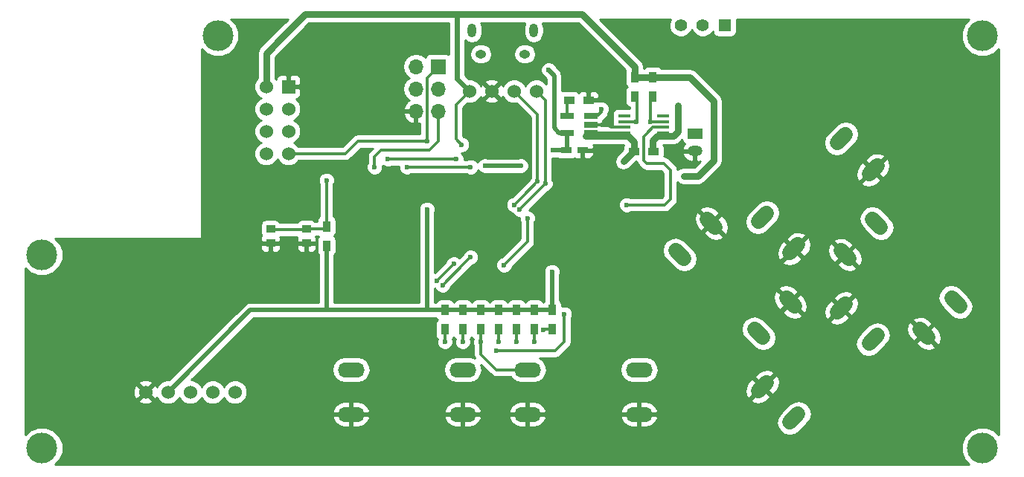
<source format=gbr>
G04 #@! TF.FileFunction,Copper,L2,Bot,Signal*
%FSLAX46Y46*%
G04 Gerber Fmt 4.6, Leading zero omitted, Abs format (unit mm)*
G04 Created by KiCad (PCBNEW 4.0.5) date 03/21/17 19:18:11*
%MOMM*%
%LPD*%
G01*
G04 APERTURE LIST*
%ADD10C,0.100000*%
%ADD11R,1.700000X1.700000*%
%ADD12O,1.700000X1.700000*%
%ADD13C,1.727200*%
%ADD14O,3.048000X1.727200*%
%ADD15R,1.200000X0.750000*%
%ADD16R,1.700000X1.200000*%
%ADD17O,1.700000X1.200000*%
%ADD18O,1.250000X0.950000*%
%ADD19O,1.000000X1.550000*%
%ADD20R,1.200000X0.900000*%
%ADD21R,0.900000X1.200000*%
%ADD22R,1.000000X0.900000*%
%ADD23R,1.560000X0.650000*%
%ADD24R,1.450000X0.450000*%
%ADD25R,1.524000X1.524000*%
%ADD26C,1.524000*%
%ADD27R,1.397000X1.397000*%
%ADD28C,1.397000*%
%ADD29C,3.500000*%
%ADD30C,0.600000*%
%ADD31C,0.375000*%
%ADD32C,0.500000*%
%ADD33C,0.750000*%
%ADD34C,0.625000*%
%ADD35C,0.250000*%
%ADD36C,0.254000*%
G04 APERTURE END LIST*
D10*
D11*
X84074000Y-144526000D03*
D12*
X81534000Y-144526000D03*
X84074000Y-147066000D03*
X81534000Y-147066000D03*
X84074000Y-149606000D03*
X81534000Y-149606000D03*
D13*
X123675206Y-170883104D02*
X124609152Y-171817050D01*
X120083104Y-174475206D02*
X121017050Y-175409152D01*
X114694950Y-161902848D02*
X115628896Y-162836794D01*
X111102848Y-165494950D02*
X112036794Y-166428896D01*
X129481104Y-172488794D02*
X130415050Y-171554848D01*
X133073206Y-176080896D02*
X134007152Y-175146950D01*
X120500848Y-181469050D02*
X121434794Y-180535104D01*
X124092950Y-185061152D02*
X125026896Y-184127206D01*
X130832794Y-166428896D02*
X129898848Y-165494950D01*
X134424896Y-162836794D02*
X133490950Y-161902848D01*
X139813050Y-175409152D02*
X138879104Y-174475206D01*
X143405152Y-171817050D02*
X142471206Y-170883104D01*
X125026896Y-164823206D02*
X124092950Y-165757152D01*
X121434794Y-161231104D02*
X120500848Y-162165050D01*
X134007152Y-155842950D02*
X133073206Y-156776896D01*
X130415050Y-152250848D02*
X129481104Y-153184794D01*
D14*
X94234000Y-184150000D03*
X94234000Y-179070000D03*
X106934000Y-184150000D03*
X106934000Y-179070000D03*
X74168000Y-184150000D03*
X74168000Y-179070000D03*
X86868000Y-184150000D03*
X86868000Y-179070000D03*
D15*
X98618000Y-154051000D03*
X100518000Y-154051000D03*
D16*
X113284000Y-152146000D03*
D17*
X113284000Y-154146000D03*
D18*
X93940000Y-143082000D03*
X88940000Y-143082000D03*
D19*
X94940000Y-140382000D03*
X87940000Y-140382000D03*
D20*
X98976000Y-148336000D03*
X101176000Y-148336000D03*
X106342000Y-154178000D03*
X108542000Y-154178000D03*
D21*
X71374000Y-162730000D03*
X71374000Y-164930000D03*
X90932000Y-174455000D03*
X90932000Y-172255000D03*
X92964000Y-174455000D03*
X92964000Y-172255000D03*
X97028000Y-174455000D03*
X97028000Y-172255000D03*
X94996000Y-174455000D03*
X94996000Y-172255000D03*
X88900000Y-174455000D03*
X88900000Y-172255000D03*
X86868000Y-174455000D03*
X86868000Y-172255000D03*
X84836000Y-174455000D03*
X84836000Y-172255000D03*
X106426000Y-147912000D03*
X106426000Y-145712000D03*
X108458000Y-147912000D03*
X108458000Y-145712000D03*
D22*
X65006000Y-164630000D03*
X65006000Y-163030000D03*
X69106000Y-164630000D03*
X69106000Y-163030000D03*
D23*
X101426000Y-150180000D03*
X101426000Y-151130000D03*
X101426000Y-152080000D03*
X98726000Y-152080000D03*
X98726000Y-150180000D03*
D24*
X105242000Y-152105000D03*
X105242000Y-151455000D03*
X105242000Y-150805000D03*
X105242000Y-150155000D03*
X109642000Y-150155000D03*
X109642000Y-150805000D03*
X109642000Y-151455000D03*
X109642000Y-152105000D03*
D25*
X67056000Y-146812000D03*
D26*
X64516000Y-146812000D03*
X67056000Y-149352000D03*
X64516000Y-149352000D03*
X67056000Y-151892000D03*
X64516000Y-151892000D03*
X67056000Y-154432000D03*
X64516000Y-154432000D03*
X50800000Y-181610000D03*
X53340000Y-181610000D03*
X55880000Y-181610000D03*
X58420000Y-181610000D03*
X60960000Y-181610000D03*
X87630000Y-147320000D03*
X90170000Y-147320000D03*
X92710000Y-147320000D03*
X95250000Y-147320000D03*
D27*
X116673000Y-139827000D03*
D28*
X114173000Y-139827000D03*
X111673000Y-139827000D03*
D29*
X59000000Y-141000000D03*
X39000000Y-166000000D03*
X39000000Y-188000000D03*
X146000000Y-188000000D03*
X146000000Y-141000000D03*
D30*
X86360000Y-161417000D03*
X98552000Y-164338000D03*
X95504000Y-168910000D03*
X80391000Y-159131000D03*
X80772000Y-168656000D03*
X90932000Y-158750000D03*
X97409000Y-159893000D03*
X86106000Y-170434000D03*
X87249000Y-150495000D03*
X103378000Y-151130000D03*
X107188000Y-157988000D03*
X90932000Y-175895000D03*
X92964000Y-175895000D03*
X96012000Y-174498000D03*
X94996000Y-175895000D03*
X88900000Y-175895000D03*
X86868000Y-175895000D03*
X93472000Y-155829000D03*
X89408000Y-155829000D03*
X97155000Y-154051000D03*
X96647000Y-144907000D03*
X112014000Y-156972000D03*
X82804000Y-160782000D03*
X86741000Y-153416000D03*
X97028000Y-167894000D03*
X82804000Y-153035000D03*
X71374000Y-157480000D03*
X76835000Y-155956000D03*
X85852000Y-167005000D03*
X83947000Y-168910000D03*
X87757000Y-166243000D03*
X84582000Y-169418000D03*
X84836000Y-175895000D03*
X94234000Y-161798000D03*
X91567000Y-167132000D03*
X105156000Y-155321000D03*
X102616000Y-149352000D03*
X105537000Y-160274000D03*
X92710000Y-160274000D03*
X95377000Y-157607000D03*
X106624000Y-150805000D03*
X96266000Y-157861000D03*
X93345000Y-160782000D03*
X108260000Y-150805000D03*
X90678000Y-176911000D03*
X98425000Y-172720000D03*
X87770000Y-155969000D03*
X80518000Y-155956000D03*
X86091000Y-155052000D03*
X78359000Y-155067000D03*
X111379000Y-148971000D03*
D31*
X65006000Y-164630000D02*
X69106000Y-164630000D01*
X105242000Y-151455000D02*
X103703000Y-151455000D01*
X103703000Y-151455000D02*
X103378000Y-151130000D01*
X103378000Y-151130000D02*
X101426000Y-151130000D01*
X90932000Y-175895000D02*
X90932000Y-174455000D01*
X92964000Y-175895000D02*
X92964000Y-174455000D01*
X97028000Y-174455000D02*
X96055000Y-174455000D01*
X96055000Y-174455000D02*
X96012000Y-174498000D01*
X94996000Y-175895000D02*
X94996000Y-174455000D01*
X88900000Y-175895000D02*
X88900000Y-177292000D01*
X90678000Y-179070000D02*
X94234000Y-179070000D01*
X88900000Y-177292000D02*
X90678000Y-179070000D01*
X88900000Y-175895000D02*
X88900000Y-174455000D01*
X86868000Y-175895000D02*
X86868000Y-174455000D01*
D32*
X89408000Y-155829000D02*
X93472000Y-155829000D01*
X98618000Y-154051000D02*
X97155000Y-154051000D01*
X97851000Y-152080000D02*
X97282000Y-151511000D01*
X97282000Y-151511000D02*
X97282000Y-145542000D01*
X97282000Y-145542000D02*
X96647000Y-144907000D01*
X98726000Y-152080000D02*
X97851000Y-152080000D01*
X98726000Y-152080000D02*
X98726000Y-153943000D01*
X53340000Y-181610000D02*
X62695000Y-172255000D01*
X71374000Y-164930000D02*
X71374000Y-172255000D01*
D33*
X64516000Y-146812000D02*
X64516000Y-143002000D01*
X85217000Y-138557000D02*
X86233000Y-138557000D01*
X68961000Y-138557000D02*
X85217000Y-138557000D01*
X66421000Y-141097000D02*
X68961000Y-138557000D01*
X64516000Y-143002000D02*
X66421000Y-141097000D01*
X115443000Y-153670000D02*
X115443000Y-155194000D01*
X113665000Y-156972000D02*
X112014000Y-156972000D01*
X115443000Y-155194000D02*
X113665000Y-156972000D01*
D32*
X82804000Y-170434000D02*
X82804000Y-172255000D01*
X82804000Y-170434000D02*
X82804000Y-160782000D01*
X84836000Y-172255000D02*
X82804000Y-172255000D01*
X82804000Y-172255000D02*
X71374000Y-172255000D01*
X71374000Y-172255000D02*
X62695000Y-172255000D01*
D31*
X86106000Y-149987000D02*
X86106000Y-148844000D01*
X86741000Y-153416000D02*
X86106000Y-152781000D01*
X86106000Y-152781000D02*
X86106000Y-149987000D01*
X86106000Y-148844000D02*
X87630000Y-147320000D01*
X86868000Y-172255000D02*
X84836000Y-172255000D01*
X88900000Y-172255000D02*
X86868000Y-172255000D01*
X90932000Y-172255000D02*
X88900000Y-172255000D01*
X94996000Y-172255000D02*
X92964000Y-172255000D01*
X94996000Y-172255000D02*
X97028000Y-172255000D01*
X106426000Y-145712000D02*
X108458000Y-145712000D01*
D34*
X86233000Y-138557000D02*
X86233000Y-145923000D01*
X86233000Y-145923000D02*
X87630000Y-147320000D01*
D32*
X84836000Y-172255000D02*
X84625000Y-172255000D01*
X97028000Y-172255000D02*
X97028000Y-167894000D01*
X84836000Y-172255000D02*
X97028000Y-172255000D01*
D33*
X106426000Y-144526000D02*
X100457000Y-138557000D01*
X100457000Y-138557000D02*
X86233000Y-138557000D01*
X106426000Y-144526000D02*
X106426000Y-145712000D01*
X112692000Y-145712000D02*
X106426000Y-145712000D01*
X115443000Y-148463000D02*
X115443000Y-153670000D01*
X112692000Y-145712000D02*
X115443000Y-148463000D01*
D31*
X67056000Y-154432000D02*
X73533000Y-154432000D01*
X74930000Y-153035000D02*
X82804000Y-153035000D01*
X73533000Y-154432000D02*
X74930000Y-153035000D01*
X84074000Y-144526000D02*
X82804000Y-145796000D01*
X82804000Y-145796000D02*
X82804000Y-153035000D01*
X71374000Y-162730000D02*
X71374000Y-157480000D01*
X69106000Y-163030000D02*
X71074000Y-163030000D01*
X71074000Y-163030000D02*
X71374000Y-162730000D01*
X65006000Y-163106000D02*
X69106000Y-163106000D01*
X84074000Y-149606000D02*
X84074000Y-153035000D01*
X76835000Y-154813000D02*
X76835000Y-155956000D01*
X77597000Y-154051000D02*
X76835000Y-154813000D01*
X83058000Y-154051000D02*
X77597000Y-154051000D01*
X84074000Y-153035000D02*
X83058000Y-154051000D01*
X85852000Y-167005000D02*
X83947000Y-168910000D01*
X86995000Y-167005000D02*
X87757000Y-166243000D01*
X86995000Y-167005000D02*
X84582000Y-169418000D01*
X84836000Y-175895000D02*
X84836000Y-174455000D01*
X94234000Y-161798000D02*
X94234000Y-164465000D01*
X94234000Y-164465000D02*
X91567000Y-167132000D01*
X98726000Y-150180000D02*
X98726000Y-148586000D01*
D35*
X98726000Y-148586000D02*
X98976000Y-148336000D01*
D32*
X98726000Y-148586000D02*
X98976000Y-148336000D01*
D31*
X101426000Y-152080000D02*
X101534000Y-152080000D01*
X101534000Y-152080000D02*
X101559000Y-152105000D01*
X101559000Y-152105000D02*
X105242000Y-152105000D01*
D33*
X105156000Y-155321000D02*
X106299000Y-154178000D01*
X106299000Y-154178000D02*
X106342000Y-154178000D01*
X100838000Y-152400000D02*
X105664000Y-152400000D01*
X106342000Y-153078000D02*
X105664000Y-152400000D01*
X106342000Y-153078000D02*
X106342000Y-154178000D01*
D32*
X106342000Y-154178000D02*
X106342000Y-154262000D01*
D31*
X101426000Y-150180000D02*
X102169000Y-150180000D01*
X102169000Y-150180000D02*
X102616000Y-149733000D01*
X102616000Y-149733000D02*
X102616000Y-149352000D01*
X107442000Y-155194000D02*
X107442000Y-152527000D01*
X105537000Y-160274000D02*
X109855000Y-160274000D01*
X109855000Y-160274000D02*
X110490000Y-159639000D01*
X110490000Y-159639000D02*
X110490000Y-156337000D01*
X110490000Y-156337000D02*
X109728000Y-155575000D01*
X109728000Y-155575000D02*
X107823000Y-155575000D01*
X107823000Y-155575000D02*
X107442000Y-155194000D01*
X108514000Y-151455000D02*
X107823000Y-152146000D01*
X108514000Y-151455000D02*
X109642000Y-151455000D01*
X107442000Y-152527000D02*
X107823000Y-152146000D01*
X93726000Y-159258000D02*
X95377000Y-157607000D01*
X92710000Y-160274000D02*
X93726000Y-159258000D01*
X92710000Y-147320000D02*
X95377000Y-149987000D01*
X95377000Y-149987000D02*
X95377000Y-157607000D01*
X105242000Y-150805000D02*
X106624000Y-150805000D01*
X106680000Y-150749000D02*
X106680000Y-148166000D01*
D35*
X106624000Y-150805000D02*
X106680000Y-150749000D01*
X106680000Y-148166000D02*
X106426000Y-147912000D01*
D31*
X94361000Y-159766000D02*
X96266000Y-157861000D01*
X93345000Y-160782000D02*
X94361000Y-159766000D01*
X96266000Y-155702000D02*
X96266000Y-157861000D01*
X96266000Y-148336000D02*
X95250000Y-147320000D01*
X96266000Y-148336000D02*
X96266000Y-155702000D01*
X108204000Y-148717000D02*
X108204000Y-148166000D01*
D35*
X108204000Y-148166000D02*
X108458000Y-147912000D01*
D31*
X109642000Y-150805000D02*
X108260000Y-150805000D01*
X108204000Y-150749000D02*
X108204000Y-148717000D01*
D35*
X108204000Y-148717000D02*
X108204000Y-148590000D01*
X108260000Y-150805000D02*
X108204000Y-150749000D01*
D31*
X98425000Y-175895000D02*
X97409000Y-176911000D01*
X97409000Y-176911000D02*
X90678000Y-176911000D01*
X98425000Y-172720000D02*
X98425000Y-175895000D01*
X80772000Y-155956000D02*
X87757000Y-155956000D01*
X87757000Y-155956000D02*
X87770000Y-155969000D01*
X80518000Y-155956000D02*
X80772000Y-155956000D01*
X80137000Y-155067000D02*
X86076000Y-155067000D01*
X86091000Y-155052000D02*
X86076000Y-155067000D01*
X78359000Y-155067000D02*
X80137000Y-155067000D01*
D33*
X111379000Y-151892000D02*
X111379000Y-148971000D01*
X110871000Y-152400000D02*
X111379000Y-151892000D01*
X109642000Y-152400000D02*
X110871000Y-152400000D01*
D35*
X109642000Y-152105000D02*
X109642000Y-152400000D01*
D33*
X109642000Y-152400000D02*
X108966000Y-152400000D01*
X108458000Y-152908000D02*
X108458000Y-154094000D01*
X108966000Y-152400000D02*
X108458000Y-152908000D01*
D34*
X108458000Y-154094000D02*
X108542000Y-154178000D01*
D36*
G36*
X63801822Y-142287822D02*
X63582882Y-142615490D01*
X63506000Y-143002000D01*
X63506000Y-145846304D01*
X63332371Y-146019630D01*
X63119243Y-146532900D01*
X63118758Y-147088661D01*
X63330990Y-147602303D01*
X63723630Y-147995629D01*
X63931512Y-148081949D01*
X63725697Y-148166990D01*
X63332371Y-148559630D01*
X63119243Y-149072900D01*
X63118758Y-149628661D01*
X63330990Y-150142303D01*
X63723630Y-150535629D01*
X63931512Y-150621949D01*
X63725697Y-150706990D01*
X63332371Y-151099630D01*
X63119243Y-151612900D01*
X63118758Y-152168661D01*
X63330990Y-152682303D01*
X63723630Y-153075629D01*
X63931512Y-153161949D01*
X63725697Y-153246990D01*
X63332371Y-153639630D01*
X63119243Y-154152900D01*
X63118758Y-154708661D01*
X63330990Y-155222303D01*
X63723630Y-155615629D01*
X64236900Y-155828757D01*
X64792661Y-155829242D01*
X65306303Y-155617010D01*
X65699629Y-155224370D01*
X65785949Y-155016488D01*
X65870990Y-155222303D01*
X66263630Y-155615629D01*
X66776900Y-155828757D01*
X67332661Y-155829242D01*
X67846303Y-155617010D01*
X68209446Y-155254500D01*
X73533000Y-155254500D01*
X73847757Y-155191891D01*
X74114595Y-155013595D01*
X75270691Y-153857500D01*
X76627310Y-153857500D01*
X76253405Y-154231405D01*
X76075109Y-154498243D01*
X76012500Y-154813000D01*
X76012500Y-155498662D01*
X75900162Y-155769201D01*
X75899838Y-156141167D01*
X76041883Y-156484943D01*
X76304673Y-156748192D01*
X76648201Y-156890838D01*
X77020167Y-156891162D01*
X77363943Y-156749117D01*
X77627192Y-156486327D01*
X77769838Y-156142799D01*
X77770136Y-155800553D01*
X77828673Y-155859192D01*
X78172201Y-156001838D01*
X78544167Y-156002162D01*
X78816831Y-155889500D01*
X79583057Y-155889500D01*
X79582838Y-156141167D01*
X79724883Y-156484943D01*
X79987673Y-156748192D01*
X80331201Y-156890838D01*
X80703167Y-156891162D01*
X80975831Y-156778500D01*
X87281355Y-156778500D01*
X87583201Y-156903838D01*
X87955167Y-156904162D01*
X88298943Y-156762117D01*
X88562192Y-156499327D01*
X88619132Y-156362200D01*
X88877673Y-156621192D01*
X89221201Y-156763838D01*
X89593167Y-156764162D01*
X89714569Y-156714000D01*
X93165178Y-156714000D01*
X93285201Y-156763838D01*
X93657167Y-156764162D01*
X94000943Y-156622117D01*
X94264192Y-156359327D01*
X94406838Y-156015799D01*
X94407162Y-155643833D01*
X94265117Y-155300057D01*
X94002327Y-155036808D01*
X93658799Y-154894162D01*
X93286833Y-154893838D01*
X93165431Y-154944000D01*
X89714822Y-154944000D01*
X89594799Y-154894162D01*
X89222833Y-154893838D01*
X88879057Y-155035883D01*
X88615808Y-155298673D01*
X88558868Y-155435800D01*
X88300327Y-155176808D01*
X87956799Y-155034162D01*
X87584833Y-155033838D01*
X87343632Y-155133500D01*
X87025930Y-155133500D01*
X87026162Y-154866833D01*
X86884117Y-154523057D01*
X86712336Y-154350976D01*
X86926167Y-154351162D01*
X87269943Y-154209117D01*
X87533192Y-153946327D01*
X87675838Y-153602799D01*
X87676162Y-153230833D01*
X87534117Y-152887057D01*
X87271327Y-152623808D01*
X86998860Y-152510669D01*
X86928500Y-152440310D01*
X86928500Y-149184690D01*
X87396394Y-148716797D01*
X87906661Y-148717242D01*
X88420303Y-148505010D01*
X88625457Y-148300213D01*
X89369392Y-148300213D01*
X89438857Y-148542397D01*
X89962302Y-148729144D01*
X90517368Y-148701362D01*
X90901143Y-148542397D01*
X90970608Y-148300213D01*
X90170000Y-147499605D01*
X89369392Y-148300213D01*
X88625457Y-148300213D01*
X88813629Y-148112370D01*
X88893395Y-147920273D01*
X88947603Y-148051143D01*
X89189787Y-148120608D01*
X89990395Y-147320000D01*
X89189787Y-146519392D01*
X88947603Y-146588857D01*
X88897491Y-146729318D01*
X88815010Y-146529697D01*
X88625432Y-146339787D01*
X89369392Y-146339787D01*
X90170000Y-147140395D01*
X90970608Y-146339787D01*
X90901143Y-146097603D01*
X90377698Y-145910856D01*
X89822632Y-145938638D01*
X89438857Y-146097603D01*
X89369392Y-146339787D01*
X88625432Y-146339787D01*
X88422370Y-146136371D01*
X87909100Y-145923243D01*
X87572917Y-145922950D01*
X87180500Y-145530532D01*
X87180500Y-143082000D01*
X87655315Y-143082000D01*
X87739809Y-143506779D01*
X87980426Y-143866889D01*
X88340536Y-144107506D01*
X88765315Y-144192000D01*
X89114685Y-144192000D01*
X89539464Y-144107506D01*
X89899574Y-143866889D01*
X90140191Y-143506779D01*
X90224685Y-143082000D01*
X92655315Y-143082000D01*
X92739809Y-143506779D01*
X92980426Y-143866889D01*
X93340536Y-144107506D01*
X93765315Y-144192000D01*
X94114685Y-144192000D01*
X94539464Y-144107506D01*
X94899574Y-143866889D01*
X95140191Y-143506779D01*
X95224685Y-143082000D01*
X95140191Y-142657221D01*
X94899574Y-142297111D01*
X94539464Y-142056494D01*
X94114685Y-141972000D01*
X93765315Y-141972000D01*
X93340536Y-142056494D01*
X92980426Y-142297111D01*
X92739809Y-142657221D01*
X92655315Y-143082000D01*
X90224685Y-143082000D01*
X90140191Y-142657221D01*
X89899574Y-142297111D01*
X89539464Y-142056494D01*
X89114685Y-141972000D01*
X88765315Y-141972000D01*
X88340536Y-142056494D01*
X87980426Y-142297111D01*
X87739809Y-142657221D01*
X87655315Y-143082000D01*
X87180500Y-143082000D01*
X87180500Y-141515966D01*
X87505654Y-141733227D01*
X87940000Y-141819624D01*
X88374346Y-141733227D01*
X88742566Y-141487190D01*
X88988603Y-141118970D01*
X89075000Y-140684624D01*
X89075000Y-140079376D01*
X88988603Y-139645030D01*
X88936465Y-139567000D01*
X93943535Y-139567000D01*
X93891397Y-139645030D01*
X93805000Y-140079376D01*
X93805000Y-140684624D01*
X93891397Y-141118970D01*
X94137434Y-141487190D01*
X94505654Y-141733227D01*
X94940000Y-141819624D01*
X95374346Y-141733227D01*
X95742566Y-141487190D01*
X95988603Y-141118970D01*
X96075000Y-140684624D01*
X96075000Y-140079376D01*
X95988603Y-139645030D01*
X95936465Y-139567000D01*
X100038644Y-139567000D01*
X105371517Y-144899873D01*
X105328560Y-145112000D01*
X105328560Y-146312000D01*
X105372838Y-146547317D01*
X105511910Y-146763441D01*
X105581711Y-146811134D01*
X105524559Y-146847910D01*
X105379569Y-147060110D01*
X105328560Y-147312000D01*
X105328560Y-148512000D01*
X105372838Y-148747317D01*
X105511910Y-148963441D01*
X105724110Y-149108431D01*
X105857500Y-149135443D01*
X105857500Y-149282560D01*
X104517000Y-149282560D01*
X104281683Y-149326838D01*
X104065559Y-149465910D01*
X103920569Y-149678110D01*
X103869560Y-149930000D01*
X103869560Y-150380000D01*
X103889067Y-150483671D01*
X103869560Y-150580000D01*
X103869560Y-151030000D01*
X103882980Y-151101323D01*
X103882000Y-151103690D01*
X103882000Y-151183750D01*
X103902312Y-151204062D01*
X103913838Y-151265317D01*
X103924895Y-151282500D01*
X102707750Y-151282500D01*
X102682250Y-151257000D01*
X102601949Y-151257000D01*
X102457890Y-151158569D01*
X102320880Y-151130824D01*
X102441317Y-151108162D01*
X102604743Y-151003000D01*
X102682250Y-151003000D01*
X102841000Y-150844250D01*
X102841000Y-150678690D01*
X102838803Y-150673387D01*
X103197595Y-150314596D01*
X103375891Y-150047758D01*
X103409072Y-149880943D01*
X103409353Y-149879530D01*
X103550838Y-149538799D01*
X103551162Y-149166833D01*
X103409117Y-148823057D01*
X103146327Y-148559808D01*
X102802799Y-148417162D01*
X102430833Y-148416838D01*
X102271799Y-148482549D01*
X102252250Y-148463000D01*
X101303000Y-148463000D01*
X101303000Y-148483000D01*
X101049000Y-148483000D01*
X101049000Y-148463000D01*
X101029000Y-148463000D01*
X101029000Y-148209000D01*
X101049000Y-148209000D01*
X101049000Y-147409750D01*
X101303000Y-147409750D01*
X101303000Y-148209000D01*
X102252250Y-148209000D01*
X102411000Y-148050250D01*
X102411000Y-147759690D01*
X102314327Y-147526301D01*
X102135698Y-147347673D01*
X101902309Y-147251000D01*
X101461750Y-147251000D01*
X101303000Y-147409750D01*
X101049000Y-147409750D01*
X100890250Y-147251000D01*
X100449691Y-147251000D01*
X100216302Y-147347673D01*
X100075064Y-147488910D01*
X100040090Y-147434559D01*
X99827890Y-147289569D01*
X99576000Y-147238560D01*
X98376000Y-147238560D01*
X98167000Y-147277886D01*
X98167000Y-145542005D01*
X98167001Y-145542000D01*
X98099634Y-145203326D01*
X98025360Y-145092167D01*
X97907790Y-144916210D01*
X97907787Y-144916208D01*
X97489744Y-144498165D01*
X97440117Y-144378057D01*
X97177327Y-144114808D01*
X96833799Y-143972162D01*
X96461833Y-143971838D01*
X96118057Y-144113883D01*
X95854808Y-144376673D01*
X95712162Y-144720201D01*
X95711838Y-145092167D01*
X95853883Y-145435943D01*
X96116673Y-145699192D01*
X96237986Y-145749566D01*
X96397000Y-145908579D01*
X96397000Y-146491621D01*
X96042370Y-146136371D01*
X95529100Y-145923243D01*
X94973339Y-145922758D01*
X94459697Y-146134990D01*
X94066371Y-146527630D01*
X93980051Y-146735512D01*
X93895010Y-146529697D01*
X93502370Y-146136371D01*
X92989100Y-145923243D01*
X92433339Y-145922758D01*
X91919697Y-146134990D01*
X91526371Y-146527630D01*
X91446605Y-146719727D01*
X91392397Y-146588857D01*
X91150213Y-146519392D01*
X90349605Y-147320000D01*
X91150213Y-148120608D01*
X91392397Y-148051143D01*
X91442509Y-147910682D01*
X91524990Y-148110303D01*
X91917630Y-148503629D01*
X92430900Y-148716757D01*
X92944014Y-148717205D01*
X94554500Y-150327691D01*
X94554500Y-157149662D01*
X94471669Y-157349140D01*
X93144405Y-158676405D01*
X92451792Y-159369018D01*
X92181057Y-159480883D01*
X91917808Y-159743673D01*
X91775162Y-160087201D01*
X91774838Y-160459167D01*
X91916883Y-160802943D01*
X92179673Y-161066192D01*
X92506897Y-161202068D01*
X92551883Y-161310943D01*
X92814673Y-161574192D01*
X93158201Y-161716838D01*
X93299070Y-161716961D01*
X93298838Y-161983167D01*
X93411500Y-162255831D01*
X93411500Y-164124309D01*
X91308792Y-166227018D01*
X91038057Y-166338883D01*
X90774808Y-166601673D01*
X90632162Y-166945201D01*
X90631838Y-167317167D01*
X90773883Y-167660943D01*
X91036673Y-167924192D01*
X91380201Y-168066838D01*
X91752167Y-168067162D01*
X92095943Y-167925117D01*
X92359192Y-167662327D01*
X92472331Y-167389859D01*
X94397149Y-165465041D01*
X109574339Y-165465041D01*
X109688413Y-166038531D01*
X110013269Y-166524711D01*
X111007033Y-167518476D01*
X111493214Y-167843331D01*
X112066703Y-167957405D01*
X112640193Y-167843331D01*
X113126374Y-167518476D01*
X113451229Y-167032295D01*
X113499403Y-166790106D01*
X123239601Y-166790106D01*
X123318009Y-167039833D01*
X123402128Y-167093078D01*
X123965950Y-167255753D01*
X124549106Y-167190279D01*
X124691966Y-167111396D01*
X129395953Y-167111396D01*
X129862927Y-167578369D01*
X130376638Y-167862023D01*
X130959794Y-167927497D01*
X131523616Y-167764822D01*
X131607735Y-167711577D01*
X131686143Y-167461850D01*
X130365821Y-166141528D01*
X129395953Y-167111396D01*
X124691966Y-167111396D01*
X125062817Y-166906625D01*
X125529791Y-166439652D01*
X124559923Y-165469784D01*
X123239601Y-166790106D01*
X113499403Y-166790106D01*
X113565303Y-166458805D01*
X113451229Y-165885316D01*
X113450452Y-165884152D01*
X122594349Y-165884152D01*
X122757024Y-166447974D01*
X122810269Y-166532093D01*
X123059996Y-166610501D01*
X124380318Y-165290179D01*
X124739528Y-165290179D01*
X125709396Y-166260047D01*
X126176369Y-165793073D01*
X126411107Y-165367950D01*
X128400247Y-165367950D01*
X128465721Y-165951106D01*
X128749375Y-166464817D01*
X129216348Y-166931791D01*
X130186216Y-165961923D01*
X130545426Y-165961923D01*
X131865748Y-167282245D01*
X132115475Y-167203837D01*
X132168720Y-167119718D01*
X132331395Y-166555896D01*
X132265921Y-165972740D01*
X131982267Y-165459029D01*
X131515294Y-164992055D01*
X130545426Y-165961923D01*
X130186216Y-165961923D01*
X128865894Y-164641601D01*
X128616167Y-164720009D01*
X128562922Y-164804128D01*
X128400247Y-165367950D01*
X126411107Y-165367950D01*
X126460023Y-165279362D01*
X126525497Y-164696206D01*
X126457923Y-164461996D01*
X129045499Y-164461996D01*
X130365821Y-165782318D01*
X131335689Y-164812450D01*
X130868715Y-164345477D01*
X130355004Y-164061823D01*
X129771848Y-163996349D01*
X129208026Y-164159024D01*
X129123907Y-164212269D01*
X129045499Y-164461996D01*
X126457923Y-164461996D01*
X126362822Y-164132384D01*
X126309577Y-164048265D01*
X126059850Y-163969857D01*
X124739528Y-165290179D01*
X124380318Y-165290179D01*
X123410450Y-164320311D01*
X122943477Y-164787285D01*
X122659823Y-165300996D01*
X122594349Y-165884152D01*
X113450452Y-165884152D01*
X113126374Y-165399135D01*
X112132609Y-164405371D01*
X111646429Y-164080515D01*
X111072939Y-163966441D01*
X110499449Y-164080515D01*
X110013269Y-164405371D01*
X109688413Y-164891551D01*
X109574339Y-165465041D01*
X94397149Y-165465041D01*
X94815596Y-165046595D01*
X94993891Y-164779757D01*
X95056500Y-164465000D01*
X95056500Y-163519294D01*
X114192055Y-163519294D01*
X114659029Y-163986267D01*
X115172740Y-164269921D01*
X115755896Y-164335395D01*
X116319718Y-164172720D01*
X116370295Y-164140706D01*
X123590055Y-164140706D01*
X124559923Y-165110574D01*
X125880245Y-163790252D01*
X125801837Y-163540525D01*
X125717718Y-163487280D01*
X125153896Y-163324605D01*
X124570740Y-163390079D01*
X124057029Y-163673733D01*
X123590055Y-164140706D01*
X116370295Y-164140706D01*
X116403837Y-164119475D01*
X116482245Y-163869748D01*
X115161923Y-162549426D01*
X114192055Y-163519294D01*
X95056500Y-163519294D01*
X95056500Y-162255338D01*
X95168838Y-161984799D01*
X95169020Y-161775848D01*
X113196349Y-161775848D01*
X113261823Y-162359004D01*
X113545477Y-162872715D01*
X114012450Y-163339689D01*
X114982318Y-162369821D01*
X115341528Y-162369821D01*
X116661850Y-163690143D01*
X116911577Y-163611735D01*
X116964822Y-163527616D01*
X117127497Y-162963794D01*
X117062023Y-162380638D01*
X116959498Y-162194959D01*
X118972339Y-162194959D01*
X119086413Y-162768449D01*
X119411269Y-163254629D01*
X119897449Y-163579485D01*
X120470939Y-163693559D01*
X121044429Y-163579485D01*
X121530609Y-163254629D01*
X122524374Y-162260865D01*
X122783577Y-161872939D01*
X131962441Y-161872939D01*
X132076515Y-162446429D01*
X132401371Y-162932609D01*
X133395135Y-163926374D01*
X133881316Y-164251229D01*
X134454805Y-164365303D01*
X135028295Y-164251229D01*
X135514476Y-163926374D01*
X135839331Y-163440193D01*
X135953405Y-162866703D01*
X135839331Y-162293214D01*
X135514476Y-161807033D01*
X134520711Y-160813269D01*
X134034531Y-160488413D01*
X133461041Y-160374339D01*
X132887551Y-160488413D01*
X132401371Y-160813269D01*
X132076515Y-161299449D01*
X131962441Y-161872939D01*
X122783577Y-161872939D01*
X122849229Y-161774684D01*
X122963303Y-161201195D01*
X122849229Y-160627705D01*
X122524374Y-160141524D01*
X122038193Y-159816669D01*
X121464703Y-159702595D01*
X120891214Y-159816669D01*
X120405033Y-160141524D01*
X119411269Y-161135289D01*
X119086413Y-161621469D01*
X118972339Y-162194959D01*
X116959498Y-162194959D01*
X116778369Y-161866927D01*
X116311396Y-161399953D01*
X115341528Y-162369821D01*
X114982318Y-162369821D01*
X113661996Y-161049499D01*
X113412269Y-161127907D01*
X113359024Y-161212026D01*
X113196349Y-161775848D01*
X95169020Y-161775848D01*
X95169162Y-161612833D01*
X95027117Y-161269057D01*
X94764327Y-161005808D01*
X94425200Y-160864990D01*
X96524208Y-158765982D01*
X96794943Y-158654117D01*
X97058192Y-158391327D01*
X97200838Y-158047799D01*
X97201162Y-157675833D01*
X97088500Y-157403169D01*
X97088500Y-154985943D01*
X97340167Y-154986162D01*
X97461569Y-154936000D01*
X97639614Y-154936000D01*
X97766110Y-155022431D01*
X98018000Y-155073440D01*
X99218000Y-155073440D01*
X99453317Y-155029162D01*
X99556646Y-154962671D01*
X99558302Y-154964327D01*
X99791691Y-155061000D01*
X100232250Y-155061000D01*
X100391000Y-154902250D01*
X100391000Y-154178000D01*
X100645000Y-154178000D01*
X100645000Y-154902250D01*
X100803750Y-155061000D01*
X101244309Y-155061000D01*
X101477698Y-154964327D01*
X101656327Y-154785699D01*
X101753000Y-154552310D01*
X101753000Y-154336750D01*
X101594250Y-154178000D01*
X100645000Y-154178000D01*
X100391000Y-154178000D01*
X100371000Y-154178000D01*
X100371000Y-153924000D01*
X100391000Y-153924000D01*
X100391000Y-153904000D01*
X100645000Y-153904000D01*
X100645000Y-153924000D01*
X101594250Y-153924000D01*
X101753000Y-153765250D01*
X101753000Y-153549690D01*
X101695138Y-153410000D01*
X105190740Y-153410000D01*
X105145569Y-153476110D01*
X105094560Y-153728000D01*
X105094560Y-153954084D01*
X104441822Y-154606822D01*
X104222882Y-154934490D01*
X104146000Y-155321000D01*
X104222882Y-155707510D01*
X104441822Y-156035178D01*
X104769490Y-156254118D01*
X105156000Y-156331000D01*
X105542510Y-156254118D01*
X105870178Y-156035178D01*
X106629916Y-155275440D01*
X106635699Y-155275440D01*
X106682109Y-155508757D01*
X106860405Y-155775595D01*
X107241404Y-156156595D01*
X107508242Y-156334891D01*
X107560464Y-156345278D01*
X107823000Y-156397500D01*
X109387310Y-156397500D01*
X109667500Y-156677691D01*
X109667500Y-159298309D01*
X109514310Y-159451500D01*
X105994338Y-159451500D01*
X105723799Y-159339162D01*
X105351833Y-159338838D01*
X105008057Y-159480883D01*
X104744808Y-159743673D01*
X104602162Y-160087201D01*
X104601838Y-160459167D01*
X104743883Y-160802943D01*
X105006673Y-161066192D01*
X105350201Y-161208838D01*
X105722167Y-161209162D01*
X105994831Y-161096500D01*
X109855000Y-161096500D01*
X110169757Y-161033891D01*
X110415195Y-160869894D01*
X113841601Y-160869894D01*
X115161923Y-162190216D01*
X116131791Y-161220348D01*
X115664817Y-160753375D01*
X115151106Y-160469721D01*
X114567950Y-160404247D01*
X114004128Y-160566922D01*
X113920009Y-160620167D01*
X113841601Y-160869894D01*
X110415195Y-160869894D01*
X110436595Y-160855595D01*
X111071596Y-160220595D01*
X111249891Y-159953757D01*
X111312500Y-159639000D01*
X111312500Y-157694649D01*
X111627490Y-157905118D01*
X112014000Y-157982000D01*
X113665000Y-157982000D01*
X114051510Y-157905118D01*
X114194089Y-157809850D01*
X132219857Y-157809850D01*
X132298265Y-158059577D01*
X132382384Y-158112822D01*
X132946206Y-158275497D01*
X133529362Y-158210023D01*
X134043073Y-157926369D01*
X134510047Y-157459396D01*
X133540179Y-156489528D01*
X132219857Y-157809850D01*
X114194089Y-157809850D01*
X114379178Y-157686178D01*
X115161460Y-156903896D01*
X131574605Y-156903896D01*
X131737280Y-157467718D01*
X131790525Y-157551837D01*
X132040252Y-157630245D01*
X133360574Y-156309923D01*
X133719784Y-156309923D01*
X134689652Y-157279791D01*
X135156625Y-156812817D01*
X135440279Y-156299106D01*
X135505753Y-155715950D01*
X135343078Y-155152128D01*
X135289833Y-155068009D01*
X135040106Y-154989601D01*
X133719784Y-156309923D01*
X133360574Y-156309923D01*
X132390706Y-155340055D01*
X131923733Y-155807029D01*
X131640079Y-156320740D01*
X131574605Y-156903896D01*
X115161460Y-156903896D01*
X116157178Y-155908178D01*
X116376118Y-155580510D01*
X116453000Y-155194000D01*
X116453000Y-155160450D01*
X132570311Y-155160450D01*
X133540179Y-156130318D01*
X134860501Y-154809996D01*
X134782093Y-154560269D01*
X134697974Y-154507024D01*
X134134152Y-154344349D01*
X133550996Y-154409823D01*
X133037285Y-154693477D01*
X132570311Y-155160450D01*
X116453000Y-155160450D01*
X116453000Y-153214703D01*
X127952595Y-153214703D01*
X128066669Y-153788193D01*
X128391525Y-154274373D01*
X128877705Y-154599229D01*
X129451195Y-154713303D01*
X130024685Y-154599229D01*
X130510865Y-154274373D01*
X131504630Y-153280609D01*
X131829485Y-152794428D01*
X131943559Y-152220939D01*
X131829485Y-151647449D01*
X131504630Y-151161268D01*
X131018449Y-150836413D01*
X130444959Y-150722339D01*
X129871470Y-150836413D01*
X129385289Y-151161268D01*
X128391525Y-152155033D01*
X128066669Y-152641213D01*
X127952595Y-153214703D01*
X116453000Y-153214703D01*
X116453000Y-148463005D01*
X116453001Y-148463000D01*
X116376118Y-148076490D01*
X116157178Y-147748822D01*
X113406178Y-144997822D01*
X113078510Y-144778882D01*
X112692000Y-144702000D01*
X109398757Y-144702000D01*
X109372090Y-144660559D01*
X109159890Y-144515569D01*
X108908000Y-144464560D01*
X108008000Y-144464560D01*
X107772683Y-144508838D01*
X107556559Y-144647910D01*
X107519601Y-144702000D01*
X107436000Y-144702000D01*
X107436000Y-144526000D01*
X107359118Y-144139490D01*
X107140178Y-143811822D01*
X102455356Y-139127000D01*
X110519773Y-139127000D01*
X110339732Y-139560587D01*
X110339269Y-140091086D01*
X110541854Y-140581380D01*
X110916647Y-140956827D01*
X111406587Y-141160268D01*
X111937086Y-141160731D01*
X112427380Y-140958146D01*
X112802827Y-140583353D01*
X112923044Y-140293838D01*
X113041854Y-140581380D01*
X113416647Y-140956827D01*
X113906587Y-141160268D01*
X114437086Y-141160731D01*
X114927380Y-140958146D01*
X115302827Y-140583353D01*
X115327060Y-140524993D01*
X115327060Y-140525500D01*
X115371338Y-140760817D01*
X115510410Y-140976941D01*
X115722610Y-141121931D01*
X115974500Y-141172940D01*
X117371500Y-141172940D01*
X117606817Y-141128662D01*
X117822941Y-140989590D01*
X117967931Y-140777390D01*
X118018940Y-140525500D01*
X118018940Y-139128500D01*
X118018658Y-139127000D01*
X144500425Y-139127000D01*
X143979274Y-139647242D01*
X143615415Y-140523513D01*
X143614587Y-141472325D01*
X143976916Y-142349229D01*
X144647242Y-143020726D01*
X145523513Y-143384585D01*
X146472325Y-143385413D01*
X147349229Y-143023084D01*
X147873000Y-142500226D01*
X147873000Y-186500425D01*
X147352758Y-185979274D01*
X146476487Y-185615415D01*
X145527675Y-185614587D01*
X144650771Y-185976916D01*
X143979274Y-186647242D01*
X143615415Y-187523513D01*
X143614587Y-188472325D01*
X143976916Y-189349229D01*
X144499774Y-189873000D01*
X40499575Y-189873000D01*
X41020726Y-189352758D01*
X41384585Y-188476487D01*
X41385413Y-187527675D01*
X41023084Y-186650771D01*
X40352758Y-185979274D01*
X39476487Y-185615415D01*
X38527675Y-185614587D01*
X37650771Y-185976916D01*
X37127000Y-186499774D01*
X37127000Y-184509026D01*
X72052642Y-184509026D01*
X72074473Y-184606157D01*
X72358127Y-185119868D01*
X72816778Y-185485925D01*
X73380600Y-185648600D01*
X74041000Y-185648600D01*
X74041000Y-184277000D01*
X74295000Y-184277000D01*
X74295000Y-185648600D01*
X74955400Y-185648600D01*
X75519222Y-185485925D01*
X75977873Y-185119868D01*
X76261527Y-184606157D01*
X76283358Y-184509026D01*
X84752642Y-184509026D01*
X84774473Y-184606157D01*
X85058127Y-185119868D01*
X85516778Y-185485925D01*
X86080600Y-185648600D01*
X86741000Y-185648600D01*
X86741000Y-184277000D01*
X86995000Y-184277000D01*
X86995000Y-185648600D01*
X87655400Y-185648600D01*
X88219222Y-185485925D01*
X88677873Y-185119868D01*
X88961527Y-184606157D01*
X88983358Y-184509026D01*
X92118642Y-184509026D01*
X92140473Y-184606157D01*
X92424127Y-185119868D01*
X92882778Y-185485925D01*
X93446600Y-185648600D01*
X94107000Y-185648600D01*
X94107000Y-184277000D01*
X94361000Y-184277000D01*
X94361000Y-185648600D01*
X95021400Y-185648600D01*
X95585222Y-185485925D01*
X96043873Y-185119868D01*
X96327527Y-184606157D01*
X96349358Y-184509026D01*
X104818642Y-184509026D01*
X104840473Y-184606157D01*
X105124127Y-185119868D01*
X105582778Y-185485925D01*
X106146600Y-185648600D01*
X106807000Y-185648600D01*
X106807000Y-184277000D01*
X107061000Y-184277000D01*
X107061000Y-185648600D01*
X107721400Y-185648600D01*
X108285222Y-185485925D01*
X108743873Y-185119868D01*
X108759779Y-185091061D01*
X122564441Y-185091061D01*
X122678515Y-185664551D01*
X123003371Y-186150731D01*
X123489551Y-186475587D01*
X124063041Y-186589661D01*
X124636531Y-186475587D01*
X125122711Y-186150731D01*
X126116476Y-185156967D01*
X126441331Y-184670786D01*
X126555405Y-184097297D01*
X126441331Y-183523807D01*
X126116476Y-183037626D01*
X125630295Y-182712771D01*
X125056805Y-182598697D01*
X124483316Y-182712771D01*
X123997135Y-183037626D01*
X123003371Y-184031391D01*
X122678515Y-184517571D01*
X122564441Y-185091061D01*
X108759779Y-185091061D01*
X109027527Y-184606157D01*
X109049358Y-184509026D01*
X108928217Y-184277000D01*
X107061000Y-184277000D01*
X106807000Y-184277000D01*
X104939783Y-184277000D01*
X104818642Y-184509026D01*
X96349358Y-184509026D01*
X96228217Y-184277000D01*
X94361000Y-184277000D01*
X94107000Y-184277000D01*
X92239783Y-184277000D01*
X92118642Y-184509026D01*
X88983358Y-184509026D01*
X88862217Y-184277000D01*
X86995000Y-184277000D01*
X86741000Y-184277000D01*
X84873783Y-184277000D01*
X84752642Y-184509026D01*
X76283358Y-184509026D01*
X76162217Y-184277000D01*
X74295000Y-184277000D01*
X74041000Y-184277000D01*
X72173783Y-184277000D01*
X72052642Y-184509026D01*
X37127000Y-184509026D01*
X37127000Y-183790974D01*
X72052642Y-183790974D01*
X72173783Y-184023000D01*
X74041000Y-184023000D01*
X74041000Y-182651400D01*
X74295000Y-182651400D01*
X74295000Y-184023000D01*
X76162217Y-184023000D01*
X76283358Y-183790974D01*
X84752642Y-183790974D01*
X84873783Y-184023000D01*
X86741000Y-184023000D01*
X86741000Y-182651400D01*
X86995000Y-182651400D01*
X86995000Y-184023000D01*
X88862217Y-184023000D01*
X88983358Y-183790974D01*
X92118642Y-183790974D01*
X92239783Y-184023000D01*
X94107000Y-184023000D01*
X94107000Y-182651400D01*
X94361000Y-182651400D01*
X94361000Y-184023000D01*
X96228217Y-184023000D01*
X96349358Y-183790974D01*
X104818642Y-183790974D01*
X104939783Y-184023000D01*
X106807000Y-184023000D01*
X106807000Y-182651400D01*
X107061000Y-182651400D01*
X107061000Y-184023000D01*
X108928217Y-184023000D01*
X109049358Y-183790974D01*
X109027527Y-183693843D01*
X108743873Y-183180132D01*
X108285222Y-182814075D01*
X107721400Y-182651400D01*
X107061000Y-182651400D01*
X106807000Y-182651400D01*
X106146600Y-182651400D01*
X105582778Y-182814075D01*
X105124127Y-183180132D01*
X104840473Y-183693843D01*
X104818642Y-183790974D01*
X96349358Y-183790974D01*
X96327527Y-183693843D01*
X96043873Y-183180132D01*
X95585222Y-182814075D01*
X95021400Y-182651400D01*
X94361000Y-182651400D01*
X94107000Y-182651400D01*
X93446600Y-182651400D01*
X92882778Y-182814075D01*
X92424127Y-183180132D01*
X92140473Y-183693843D01*
X92118642Y-183790974D01*
X88983358Y-183790974D01*
X88961527Y-183693843D01*
X88677873Y-183180132D01*
X88219222Y-182814075D01*
X87655400Y-182651400D01*
X86995000Y-182651400D01*
X86741000Y-182651400D01*
X86080600Y-182651400D01*
X85516778Y-182814075D01*
X85058127Y-183180132D01*
X84774473Y-183693843D01*
X84752642Y-183790974D01*
X76283358Y-183790974D01*
X76261527Y-183693843D01*
X75977873Y-183180132D01*
X75519222Y-182814075D01*
X74955400Y-182651400D01*
X74295000Y-182651400D01*
X74041000Y-182651400D01*
X73380600Y-182651400D01*
X72816778Y-182814075D01*
X72358127Y-183180132D01*
X72074473Y-183693843D01*
X72052642Y-183790974D01*
X37127000Y-183790974D01*
X37127000Y-182590213D01*
X49999392Y-182590213D01*
X50068857Y-182832397D01*
X50592302Y-183019144D01*
X51147368Y-182991362D01*
X51531143Y-182832397D01*
X51600608Y-182590213D01*
X50800000Y-181789605D01*
X49999392Y-182590213D01*
X37127000Y-182590213D01*
X37127000Y-181402302D01*
X49390856Y-181402302D01*
X49418638Y-181957368D01*
X49577603Y-182341143D01*
X49819787Y-182410608D01*
X50620395Y-181610000D01*
X50979605Y-181610000D01*
X51780213Y-182410608D01*
X52022397Y-182341143D01*
X52072509Y-182200682D01*
X52154990Y-182400303D01*
X52547630Y-182793629D01*
X53060900Y-183006757D01*
X53616661Y-183007242D01*
X54130303Y-182795010D01*
X54523629Y-182402370D01*
X54609949Y-182194488D01*
X54694990Y-182400303D01*
X55087630Y-182793629D01*
X55600900Y-183006757D01*
X56156661Y-183007242D01*
X56670303Y-182795010D01*
X57063629Y-182402370D01*
X57149949Y-182194488D01*
X57234990Y-182400303D01*
X57627630Y-182793629D01*
X58140900Y-183006757D01*
X58696661Y-183007242D01*
X59210303Y-182795010D01*
X59603629Y-182402370D01*
X59689949Y-182194488D01*
X59774990Y-182400303D01*
X60167630Y-182793629D01*
X60680900Y-183006757D01*
X61236661Y-183007242D01*
X61750303Y-182795010D01*
X62043820Y-182502004D01*
X119647499Y-182502004D01*
X119725907Y-182751731D01*
X119810026Y-182804976D01*
X120373848Y-182967651D01*
X120957004Y-182902177D01*
X121470715Y-182618523D01*
X121937689Y-182151550D01*
X120967821Y-181181682D01*
X119647499Y-182502004D01*
X62043820Y-182502004D01*
X62143629Y-182402370D01*
X62356757Y-181889100D01*
X62357012Y-181596050D01*
X119002247Y-181596050D01*
X119164922Y-182159872D01*
X119218167Y-182243991D01*
X119467894Y-182322399D01*
X120788216Y-181002077D01*
X121147426Y-181002077D01*
X122117294Y-181971945D01*
X122584267Y-181504971D01*
X122867921Y-180991260D01*
X122933395Y-180408104D01*
X122770720Y-179844282D01*
X122717475Y-179760163D01*
X122467748Y-179681755D01*
X121147426Y-181002077D01*
X120788216Y-181002077D01*
X119818348Y-180032209D01*
X119351375Y-180499183D01*
X119067721Y-181012894D01*
X119002247Y-181596050D01*
X62357012Y-181596050D01*
X62357242Y-181333339D01*
X62145010Y-180819697D01*
X61752370Y-180426371D01*
X61239100Y-180213243D01*
X60683339Y-180212758D01*
X60169697Y-180424990D01*
X59776371Y-180817630D01*
X59690051Y-181025512D01*
X59605010Y-180819697D01*
X59212370Y-180426371D01*
X58699100Y-180213243D01*
X58143339Y-180212758D01*
X57629697Y-180424990D01*
X57236371Y-180817630D01*
X57150051Y-181025512D01*
X57065010Y-180819697D01*
X56672370Y-180426371D01*
X56159100Y-180213243D01*
X55988486Y-180213094D01*
X57131579Y-179070000D01*
X71966703Y-179070000D01*
X72080777Y-179643489D01*
X72405633Y-180129670D01*
X72891814Y-180454526D01*
X73465303Y-180568600D01*
X74870697Y-180568600D01*
X75444186Y-180454526D01*
X75930367Y-180129670D01*
X76255223Y-179643489D01*
X76369297Y-179070000D01*
X76255223Y-178496511D01*
X75930367Y-178010330D01*
X75444186Y-177685474D01*
X74870697Y-177571400D01*
X73465303Y-177571400D01*
X72891814Y-177685474D01*
X72405633Y-178010330D01*
X72080777Y-178496511D01*
X71966703Y-179070000D01*
X57131579Y-179070000D01*
X63061579Y-173140000D01*
X83814808Y-173140000D01*
X83921910Y-173306441D01*
X83991711Y-173354134D01*
X83934559Y-173390910D01*
X83789569Y-173603110D01*
X83738560Y-173855000D01*
X83738560Y-175055000D01*
X83782838Y-175290317D01*
X83921910Y-175506441D01*
X83971010Y-175539989D01*
X83901162Y-175708201D01*
X83900838Y-176080167D01*
X84042883Y-176423943D01*
X84305673Y-176687192D01*
X84649201Y-176829838D01*
X85021167Y-176830162D01*
X85364943Y-176688117D01*
X85628192Y-176425327D01*
X85770838Y-176081799D01*
X85771162Y-175709833D01*
X85701820Y-175542012D01*
X85737441Y-175519090D01*
X85853113Y-175349798D01*
X85953910Y-175506441D01*
X86003010Y-175539989D01*
X85933162Y-175708201D01*
X85932838Y-176080167D01*
X86074883Y-176423943D01*
X86337673Y-176687192D01*
X86681201Y-176829838D01*
X87053167Y-176830162D01*
X87396943Y-176688117D01*
X87660192Y-176425327D01*
X87802838Y-176081799D01*
X87803162Y-175709833D01*
X87733820Y-175542012D01*
X87769441Y-175519090D01*
X87885113Y-175349798D01*
X87985910Y-175506441D01*
X88035010Y-175539989D01*
X87965162Y-175708201D01*
X87964838Y-176080167D01*
X88077500Y-176352831D01*
X88077500Y-177292000D01*
X88140109Y-177606757D01*
X88231841Y-177744043D01*
X88144186Y-177685474D01*
X87570697Y-177571400D01*
X86165303Y-177571400D01*
X85591814Y-177685474D01*
X85105633Y-178010330D01*
X84780777Y-178496511D01*
X84666703Y-179070000D01*
X84780777Y-179643489D01*
X85105633Y-180129670D01*
X85591814Y-180454526D01*
X86165303Y-180568600D01*
X87570697Y-180568600D01*
X88144186Y-180454526D01*
X88630367Y-180129670D01*
X88955223Y-179643489D01*
X89069297Y-179070000D01*
X88958675Y-178513865D01*
X90096405Y-179651596D01*
X90363243Y-179829891D01*
X90678000Y-179892500D01*
X92313161Y-179892500D01*
X92471633Y-180129670D01*
X92957814Y-180454526D01*
X93531303Y-180568600D01*
X94936697Y-180568600D01*
X95510186Y-180454526D01*
X95996367Y-180129670D01*
X96321223Y-179643489D01*
X96435297Y-179070000D01*
X104732703Y-179070000D01*
X104846777Y-179643489D01*
X105171633Y-180129670D01*
X105657814Y-180454526D01*
X106231303Y-180568600D01*
X107636697Y-180568600D01*
X108210186Y-180454526D01*
X108696367Y-180129670D01*
X108881496Y-179852604D01*
X119997953Y-179852604D01*
X120967821Y-180822472D01*
X122288143Y-179502150D01*
X122209735Y-179252423D01*
X122125616Y-179199178D01*
X121561794Y-179036503D01*
X120978638Y-179101977D01*
X120464927Y-179385631D01*
X119997953Y-179852604D01*
X108881496Y-179852604D01*
X109021223Y-179643489D01*
X109135297Y-179070000D01*
X109021223Y-178496511D01*
X108696367Y-178010330D01*
X108210186Y-177685474D01*
X107636697Y-177571400D01*
X106231303Y-177571400D01*
X105657814Y-177685474D01*
X105171633Y-178010330D01*
X104846777Y-178496511D01*
X104732703Y-179070000D01*
X96435297Y-179070000D01*
X96321223Y-178496511D01*
X95996367Y-178010330D01*
X95582062Y-177733500D01*
X97409000Y-177733500D01*
X97723757Y-177670891D01*
X97990595Y-177492595D01*
X99006595Y-176476595D01*
X99184891Y-176209757D01*
X99247500Y-175895000D01*
X99247500Y-174445297D01*
X118554595Y-174445297D01*
X118668669Y-175018787D01*
X118993525Y-175504967D01*
X119987289Y-176498732D01*
X120473470Y-176823587D01*
X121046959Y-176937661D01*
X121620449Y-176823587D01*
X122106630Y-176498732D01*
X122365833Y-176110805D01*
X131544697Y-176110805D01*
X131658771Y-176684295D01*
X131983627Y-177170475D01*
X132469807Y-177495331D01*
X133043297Y-177609405D01*
X133616787Y-177495331D01*
X134102967Y-177170475D01*
X135096732Y-176176711D01*
X135153566Y-176091652D01*
X138376209Y-176091652D01*
X138843183Y-176558625D01*
X139356894Y-176842279D01*
X139940050Y-176907753D01*
X140503872Y-176745078D01*
X140587991Y-176691833D01*
X140666399Y-176442106D01*
X139346077Y-175121784D01*
X138376209Y-176091652D01*
X135153566Y-176091652D01*
X135421587Y-175690530D01*
X135535661Y-175117041D01*
X135421587Y-174543551D01*
X135291062Y-174348206D01*
X137380503Y-174348206D01*
X137445977Y-174931362D01*
X137729631Y-175445073D01*
X138196604Y-175912047D01*
X139166472Y-174942179D01*
X139525682Y-174942179D01*
X140846004Y-176262501D01*
X141095731Y-176184093D01*
X141148976Y-176099974D01*
X141311651Y-175536152D01*
X141246177Y-174952996D01*
X140962523Y-174439285D01*
X140495550Y-173972311D01*
X139525682Y-174942179D01*
X139166472Y-174942179D01*
X137846150Y-173621857D01*
X137596423Y-173700265D01*
X137543178Y-173784384D01*
X137380503Y-174348206D01*
X135291062Y-174348206D01*
X135096732Y-174057370D01*
X134610551Y-173732515D01*
X134037061Y-173618441D01*
X133463572Y-173732515D01*
X132977391Y-174057370D01*
X131983627Y-175051135D01*
X131658771Y-175537315D01*
X131544697Y-176110805D01*
X122365833Y-176110805D01*
X122431485Y-176012551D01*
X122545559Y-175439061D01*
X122431485Y-174865572D01*
X122106630Y-174379391D01*
X121248987Y-173521748D01*
X128627755Y-173521748D01*
X128706163Y-173771475D01*
X128790282Y-173824720D01*
X129354104Y-173987395D01*
X129937260Y-173921921D01*
X130450971Y-173638267D01*
X130646986Y-173442252D01*
X138025755Y-173442252D01*
X139346077Y-174762574D01*
X140315945Y-173792706D01*
X139848971Y-173325733D01*
X139335260Y-173042079D01*
X138752104Y-172976605D01*
X138188282Y-173139280D01*
X138104163Y-173192525D01*
X138025755Y-173442252D01*
X130646986Y-173442252D01*
X130917945Y-173171294D01*
X129948077Y-172201426D01*
X128627755Y-173521748D01*
X121248987Y-173521748D01*
X121112865Y-173385627D01*
X120626685Y-173060771D01*
X120053195Y-172946697D01*
X119479705Y-173060771D01*
X118993525Y-173385627D01*
X118668669Y-173871807D01*
X118554595Y-174445297D01*
X99247500Y-174445297D01*
X99247500Y-173177338D01*
X99359838Y-172906799D01*
X99360162Y-172534833D01*
X99345584Y-172499550D01*
X123172311Y-172499550D01*
X123639285Y-172966523D01*
X124152996Y-173250177D01*
X124736152Y-173315651D01*
X125299974Y-173152976D01*
X125384093Y-173099731D01*
X125462501Y-172850004D01*
X124142179Y-171529682D01*
X123172311Y-172499550D01*
X99345584Y-172499550D01*
X99218117Y-172191057D01*
X98955327Y-171927808D01*
X98611799Y-171785162D01*
X98239833Y-171784838D01*
X98125440Y-171832104D01*
X98125440Y-171655000D01*
X98081162Y-171419683D01*
X97942090Y-171203559D01*
X97913000Y-171183683D01*
X97913000Y-170756104D01*
X122176605Y-170756104D01*
X122242079Y-171339260D01*
X122525733Y-171852971D01*
X122992706Y-172319945D01*
X123962574Y-171350077D01*
X124321784Y-171350077D01*
X125642106Y-172670399D01*
X125816021Y-172615794D01*
X127982503Y-172615794D01*
X128145178Y-173179616D01*
X128198423Y-173263735D01*
X128448150Y-173342143D01*
X129768472Y-172021821D01*
X130127682Y-172021821D01*
X131097550Y-172991689D01*
X131564523Y-172524715D01*
X131848177Y-172011004D01*
X131913651Y-171427848D01*
X131750976Y-170864026D01*
X131744121Y-170853195D01*
X140942697Y-170853195D01*
X141056771Y-171426685D01*
X141381627Y-171912865D01*
X142375391Y-172906630D01*
X142861572Y-173231485D01*
X143435061Y-173345559D01*
X144008551Y-173231485D01*
X144494732Y-172906630D01*
X144819587Y-172420449D01*
X144933661Y-171846959D01*
X144819587Y-171273470D01*
X144494732Y-170787289D01*
X143500967Y-169793525D01*
X143014787Y-169468669D01*
X142441297Y-169354595D01*
X141867807Y-169468669D01*
X141381627Y-169793525D01*
X141056771Y-170279705D01*
X140942697Y-170853195D01*
X131744121Y-170853195D01*
X131697731Y-170779907D01*
X131448004Y-170701499D01*
X130127682Y-172021821D01*
X129768472Y-172021821D01*
X128798604Y-171051953D01*
X128331631Y-171518927D01*
X128047977Y-172032638D01*
X127982503Y-172615794D01*
X125816021Y-172615794D01*
X125891833Y-172591991D01*
X125945078Y-172507872D01*
X126107753Y-171944050D01*
X126042279Y-171360894D01*
X125772521Y-170872348D01*
X128978209Y-170872348D01*
X129948077Y-171842216D01*
X131268399Y-170521894D01*
X131189991Y-170272167D01*
X131105872Y-170218922D01*
X130542050Y-170056247D01*
X129958894Y-170121721D01*
X129445183Y-170405375D01*
X128978209Y-170872348D01*
X125772521Y-170872348D01*
X125758625Y-170847183D01*
X125291652Y-170380209D01*
X124321784Y-171350077D01*
X123962574Y-171350077D01*
X122642252Y-170029755D01*
X122392525Y-170108163D01*
X122339280Y-170192282D01*
X122176605Y-170756104D01*
X97913000Y-170756104D01*
X97913000Y-169850150D01*
X122821857Y-169850150D01*
X124142179Y-171170472D01*
X125112047Y-170200604D01*
X124645073Y-169733631D01*
X124131362Y-169449977D01*
X123548206Y-169384503D01*
X122984384Y-169547178D01*
X122900265Y-169600423D01*
X122821857Y-169850150D01*
X97913000Y-169850150D01*
X97913000Y-168200822D01*
X97962838Y-168080799D01*
X97963162Y-167708833D01*
X97821117Y-167365057D01*
X97558327Y-167101808D01*
X97214799Y-166959162D01*
X96842833Y-166958838D01*
X96499057Y-167100883D01*
X96235808Y-167363673D01*
X96093162Y-167707201D01*
X96092838Y-168079167D01*
X96143000Y-168200569D01*
X96143000Y-171180331D01*
X96126559Y-171190910D01*
X96010887Y-171360202D01*
X95910090Y-171203559D01*
X95697890Y-171058569D01*
X95446000Y-171007560D01*
X94546000Y-171007560D01*
X94310683Y-171051838D01*
X94094559Y-171190910D01*
X93978887Y-171360202D01*
X93878090Y-171203559D01*
X93665890Y-171058569D01*
X93414000Y-171007560D01*
X92514000Y-171007560D01*
X92278683Y-171051838D01*
X92062559Y-171190910D01*
X91946887Y-171360202D01*
X91846090Y-171203559D01*
X91633890Y-171058569D01*
X91382000Y-171007560D01*
X90482000Y-171007560D01*
X90246683Y-171051838D01*
X90030559Y-171190910D01*
X89914887Y-171360202D01*
X89814090Y-171203559D01*
X89601890Y-171058569D01*
X89350000Y-171007560D01*
X88450000Y-171007560D01*
X88214683Y-171051838D01*
X87998559Y-171190910D01*
X87882887Y-171360202D01*
X87782090Y-171203559D01*
X87569890Y-171058569D01*
X87318000Y-171007560D01*
X86418000Y-171007560D01*
X86182683Y-171051838D01*
X85966559Y-171190910D01*
X85850887Y-171360202D01*
X85750090Y-171203559D01*
X85537890Y-171058569D01*
X85286000Y-171007560D01*
X84386000Y-171007560D01*
X84150683Y-171051838D01*
X83934559Y-171190910D01*
X83812192Y-171370000D01*
X83689000Y-171370000D01*
X83689000Y-169815273D01*
X83743897Y-169838068D01*
X83788883Y-169946943D01*
X84051673Y-170210192D01*
X84395201Y-170352838D01*
X84767167Y-170353162D01*
X85110943Y-170211117D01*
X85374192Y-169948327D01*
X85487331Y-169675859D01*
X87576595Y-167586596D01*
X87576597Y-167586593D01*
X88015209Y-167147982D01*
X88285943Y-167036117D01*
X88549192Y-166773327D01*
X88691838Y-166429799D01*
X88692162Y-166057833D01*
X88550117Y-165714057D01*
X88287327Y-165450808D01*
X87943799Y-165308162D01*
X87571833Y-165307838D01*
X87228057Y-165449883D01*
X86964808Y-165712673D01*
X86851669Y-165985140D01*
X86503059Y-166333751D01*
X86382327Y-166212808D01*
X86038799Y-166070162D01*
X85666833Y-166069838D01*
X85323057Y-166211883D01*
X85059808Y-166474673D01*
X84946669Y-166747141D01*
X83689000Y-168004810D01*
X83689000Y-161088822D01*
X83738838Y-160968799D01*
X83739162Y-160596833D01*
X83597117Y-160253057D01*
X83334327Y-159989808D01*
X82990799Y-159847162D01*
X82618833Y-159846838D01*
X82275057Y-159988883D01*
X82011808Y-160251673D01*
X81869162Y-160595201D01*
X81868838Y-160967167D01*
X81919000Y-161088569D01*
X81919000Y-171370000D01*
X72259000Y-171370000D01*
X72259000Y-166004669D01*
X72275441Y-165994090D01*
X72420431Y-165781890D01*
X72471440Y-165530000D01*
X72471440Y-164330000D01*
X72427162Y-164094683D01*
X72288090Y-163878559D01*
X72218289Y-163830866D01*
X72275441Y-163794090D01*
X72420431Y-163581890D01*
X72471440Y-163330000D01*
X72471440Y-162130000D01*
X72427162Y-161894683D01*
X72288090Y-161678559D01*
X72196500Y-161615978D01*
X72196500Y-157937338D01*
X72308838Y-157666799D01*
X72309162Y-157294833D01*
X72167117Y-156951057D01*
X71904327Y-156687808D01*
X71560799Y-156545162D01*
X71188833Y-156544838D01*
X70845057Y-156686883D01*
X70581808Y-156949673D01*
X70439162Y-157293201D01*
X70438838Y-157665167D01*
X70551500Y-157937831D01*
X70551500Y-161615113D01*
X70472559Y-161665910D01*
X70327569Y-161878110D01*
X70276560Y-162130000D01*
X70276560Y-162207500D01*
X70120887Y-162207500D01*
X70070090Y-162128559D01*
X69857890Y-161983569D01*
X69606000Y-161932560D01*
X68606000Y-161932560D01*
X68370683Y-161976838D01*
X68154559Y-162115910D01*
X68040050Y-162283500D01*
X66069792Y-162283500D01*
X65970090Y-162128559D01*
X65757890Y-161983569D01*
X65506000Y-161932560D01*
X64506000Y-161932560D01*
X64270683Y-161976838D01*
X64054559Y-162115910D01*
X63909569Y-162328110D01*
X63858560Y-162580000D01*
X63858560Y-163480000D01*
X63902838Y-163715317D01*
X63969329Y-163818646D01*
X63967673Y-163820302D01*
X63871000Y-164053691D01*
X63871000Y-164344250D01*
X64029750Y-164503000D01*
X64879000Y-164503000D01*
X64879000Y-164483000D01*
X65133000Y-164483000D01*
X65133000Y-164503000D01*
X65982250Y-164503000D01*
X66141000Y-164344250D01*
X66141000Y-164053691D01*
X66089144Y-163928500D01*
X68022856Y-163928500D01*
X67971000Y-164053691D01*
X67971000Y-164344250D01*
X68129750Y-164503000D01*
X68979000Y-164503000D01*
X68979000Y-164483000D01*
X69233000Y-164483000D01*
X69233000Y-164503000D01*
X70082250Y-164503000D01*
X70241000Y-164344250D01*
X70241000Y-164053691D01*
X70157664Y-163852500D01*
X70493399Y-163852500D01*
X70472559Y-163865910D01*
X70327569Y-164078110D01*
X70276560Y-164330000D01*
X70276560Y-165530000D01*
X70320838Y-165765317D01*
X70459910Y-165981441D01*
X70489000Y-166001317D01*
X70489000Y-171370000D01*
X62695005Y-171370000D01*
X62695000Y-171369999D01*
X62412516Y-171426190D01*
X62356325Y-171437367D01*
X62069210Y-171629210D01*
X62069208Y-171629213D01*
X53485294Y-180213126D01*
X53063339Y-180212758D01*
X52549697Y-180424990D01*
X52156371Y-180817630D01*
X52076605Y-181009727D01*
X52022397Y-180878857D01*
X51780213Y-180809392D01*
X50979605Y-181610000D01*
X50620395Y-181610000D01*
X49819787Y-180809392D01*
X49577603Y-180878857D01*
X49390856Y-181402302D01*
X37127000Y-181402302D01*
X37127000Y-180629787D01*
X49999392Y-180629787D01*
X50800000Y-181430395D01*
X51600608Y-180629787D01*
X51531143Y-180387603D01*
X51007698Y-180200856D01*
X50452632Y-180228638D01*
X50068857Y-180387603D01*
X49999392Y-180629787D01*
X37127000Y-180629787D01*
X37127000Y-167499575D01*
X37647242Y-168020726D01*
X38523513Y-168384585D01*
X39472325Y-168385413D01*
X40349229Y-168023084D01*
X41020726Y-167352758D01*
X41384585Y-166476487D01*
X41385413Y-165527675D01*
X41132571Y-164915750D01*
X63871000Y-164915750D01*
X63871000Y-165206309D01*
X63967673Y-165439698D01*
X64146301Y-165618327D01*
X64379690Y-165715000D01*
X64720250Y-165715000D01*
X64879000Y-165556250D01*
X64879000Y-164757000D01*
X65133000Y-164757000D01*
X65133000Y-165556250D01*
X65291750Y-165715000D01*
X65632310Y-165715000D01*
X65865699Y-165618327D01*
X66044327Y-165439698D01*
X66141000Y-165206309D01*
X66141000Y-164915750D01*
X67971000Y-164915750D01*
X67971000Y-165206309D01*
X68067673Y-165439698D01*
X68246301Y-165618327D01*
X68479690Y-165715000D01*
X68820250Y-165715000D01*
X68979000Y-165556250D01*
X68979000Y-164757000D01*
X69233000Y-164757000D01*
X69233000Y-165556250D01*
X69391750Y-165715000D01*
X69732310Y-165715000D01*
X69965699Y-165618327D01*
X70144327Y-165439698D01*
X70241000Y-165206309D01*
X70241000Y-164915750D01*
X70082250Y-164757000D01*
X69233000Y-164757000D01*
X68979000Y-164757000D01*
X68129750Y-164757000D01*
X67971000Y-164915750D01*
X66141000Y-164915750D01*
X65982250Y-164757000D01*
X65133000Y-164757000D01*
X64879000Y-164757000D01*
X64029750Y-164757000D01*
X63871000Y-164915750D01*
X41132571Y-164915750D01*
X41023084Y-164650771D01*
X40500226Y-164127000D01*
X57000000Y-164127000D01*
X57049410Y-164116994D01*
X57091035Y-164088553D01*
X57118315Y-164046159D01*
X57127000Y-164000000D01*
X57127000Y-142499575D01*
X57647242Y-143020726D01*
X58523513Y-143384585D01*
X59472325Y-143385413D01*
X60349229Y-143023084D01*
X61020726Y-142352758D01*
X61384585Y-141476487D01*
X61385413Y-140527675D01*
X61023084Y-139650771D01*
X60500226Y-139127000D01*
X66962644Y-139127000D01*
X63801822Y-142287822D01*
X63801822Y-142287822D01*
G37*
X63801822Y-142287822D02*
X63582882Y-142615490D01*
X63506000Y-143002000D01*
X63506000Y-145846304D01*
X63332371Y-146019630D01*
X63119243Y-146532900D01*
X63118758Y-147088661D01*
X63330990Y-147602303D01*
X63723630Y-147995629D01*
X63931512Y-148081949D01*
X63725697Y-148166990D01*
X63332371Y-148559630D01*
X63119243Y-149072900D01*
X63118758Y-149628661D01*
X63330990Y-150142303D01*
X63723630Y-150535629D01*
X63931512Y-150621949D01*
X63725697Y-150706990D01*
X63332371Y-151099630D01*
X63119243Y-151612900D01*
X63118758Y-152168661D01*
X63330990Y-152682303D01*
X63723630Y-153075629D01*
X63931512Y-153161949D01*
X63725697Y-153246990D01*
X63332371Y-153639630D01*
X63119243Y-154152900D01*
X63118758Y-154708661D01*
X63330990Y-155222303D01*
X63723630Y-155615629D01*
X64236900Y-155828757D01*
X64792661Y-155829242D01*
X65306303Y-155617010D01*
X65699629Y-155224370D01*
X65785949Y-155016488D01*
X65870990Y-155222303D01*
X66263630Y-155615629D01*
X66776900Y-155828757D01*
X67332661Y-155829242D01*
X67846303Y-155617010D01*
X68209446Y-155254500D01*
X73533000Y-155254500D01*
X73847757Y-155191891D01*
X74114595Y-155013595D01*
X75270691Y-153857500D01*
X76627310Y-153857500D01*
X76253405Y-154231405D01*
X76075109Y-154498243D01*
X76012500Y-154813000D01*
X76012500Y-155498662D01*
X75900162Y-155769201D01*
X75899838Y-156141167D01*
X76041883Y-156484943D01*
X76304673Y-156748192D01*
X76648201Y-156890838D01*
X77020167Y-156891162D01*
X77363943Y-156749117D01*
X77627192Y-156486327D01*
X77769838Y-156142799D01*
X77770136Y-155800553D01*
X77828673Y-155859192D01*
X78172201Y-156001838D01*
X78544167Y-156002162D01*
X78816831Y-155889500D01*
X79583057Y-155889500D01*
X79582838Y-156141167D01*
X79724883Y-156484943D01*
X79987673Y-156748192D01*
X80331201Y-156890838D01*
X80703167Y-156891162D01*
X80975831Y-156778500D01*
X87281355Y-156778500D01*
X87583201Y-156903838D01*
X87955167Y-156904162D01*
X88298943Y-156762117D01*
X88562192Y-156499327D01*
X88619132Y-156362200D01*
X88877673Y-156621192D01*
X89221201Y-156763838D01*
X89593167Y-156764162D01*
X89714569Y-156714000D01*
X93165178Y-156714000D01*
X93285201Y-156763838D01*
X93657167Y-156764162D01*
X94000943Y-156622117D01*
X94264192Y-156359327D01*
X94406838Y-156015799D01*
X94407162Y-155643833D01*
X94265117Y-155300057D01*
X94002327Y-155036808D01*
X93658799Y-154894162D01*
X93286833Y-154893838D01*
X93165431Y-154944000D01*
X89714822Y-154944000D01*
X89594799Y-154894162D01*
X89222833Y-154893838D01*
X88879057Y-155035883D01*
X88615808Y-155298673D01*
X88558868Y-155435800D01*
X88300327Y-155176808D01*
X87956799Y-155034162D01*
X87584833Y-155033838D01*
X87343632Y-155133500D01*
X87025930Y-155133500D01*
X87026162Y-154866833D01*
X86884117Y-154523057D01*
X86712336Y-154350976D01*
X86926167Y-154351162D01*
X87269943Y-154209117D01*
X87533192Y-153946327D01*
X87675838Y-153602799D01*
X87676162Y-153230833D01*
X87534117Y-152887057D01*
X87271327Y-152623808D01*
X86998860Y-152510669D01*
X86928500Y-152440310D01*
X86928500Y-149184690D01*
X87396394Y-148716797D01*
X87906661Y-148717242D01*
X88420303Y-148505010D01*
X88625457Y-148300213D01*
X89369392Y-148300213D01*
X89438857Y-148542397D01*
X89962302Y-148729144D01*
X90517368Y-148701362D01*
X90901143Y-148542397D01*
X90970608Y-148300213D01*
X90170000Y-147499605D01*
X89369392Y-148300213D01*
X88625457Y-148300213D01*
X88813629Y-148112370D01*
X88893395Y-147920273D01*
X88947603Y-148051143D01*
X89189787Y-148120608D01*
X89990395Y-147320000D01*
X89189787Y-146519392D01*
X88947603Y-146588857D01*
X88897491Y-146729318D01*
X88815010Y-146529697D01*
X88625432Y-146339787D01*
X89369392Y-146339787D01*
X90170000Y-147140395D01*
X90970608Y-146339787D01*
X90901143Y-146097603D01*
X90377698Y-145910856D01*
X89822632Y-145938638D01*
X89438857Y-146097603D01*
X89369392Y-146339787D01*
X88625432Y-146339787D01*
X88422370Y-146136371D01*
X87909100Y-145923243D01*
X87572917Y-145922950D01*
X87180500Y-145530532D01*
X87180500Y-143082000D01*
X87655315Y-143082000D01*
X87739809Y-143506779D01*
X87980426Y-143866889D01*
X88340536Y-144107506D01*
X88765315Y-144192000D01*
X89114685Y-144192000D01*
X89539464Y-144107506D01*
X89899574Y-143866889D01*
X90140191Y-143506779D01*
X90224685Y-143082000D01*
X92655315Y-143082000D01*
X92739809Y-143506779D01*
X92980426Y-143866889D01*
X93340536Y-144107506D01*
X93765315Y-144192000D01*
X94114685Y-144192000D01*
X94539464Y-144107506D01*
X94899574Y-143866889D01*
X95140191Y-143506779D01*
X95224685Y-143082000D01*
X95140191Y-142657221D01*
X94899574Y-142297111D01*
X94539464Y-142056494D01*
X94114685Y-141972000D01*
X93765315Y-141972000D01*
X93340536Y-142056494D01*
X92980426Y-142297111D01*
X92739809Y-142657221D01*
X92655315Y-143082000D01*
X90224685Y-143082000D01*
X90140191Y-142657221D01*
X89899574Y-142297111D01*
X89539464Y-142056494D01*
X89114685Y-141972000D01*
X88765315Y-141972000D01*
X88340536Y-142056494D01*
X87980426Y-142297111D01*
X87739809Y-142657221D01*
X87655315Y-143082000D01*
X87180500Y-143082000D01*
X87180500Y-141515966D01*
X87505654Y-141733227D01*
X87940000Y-141819624D01*
X88374346Y-141733227D01*
X88742566Y-141487190D01*
X88988603Y-141118970D01*
X89075000Y-140684624D01*
X89075000Y-140079376D01*
X88988603Y-139645030D01*
X88936465Y-139567000D01*
X93943535Y-139567000D01*
X93891397Y-139645030D01*
X93805000Y-140079376D01*
X93805000Y-140684624D01*
X93891397Y-141118970D01*
X94137434Y-141487190D01*
X94505654Y-141733227D01*
X94940000Y-141819624D01*
X95374346Y-141733227D01*
X95742566Y-141487190D01*
X95988603Y-141118970D01*
X96075000Y-140684624D01*
X96075000Y-140079376D01*
X95988603Y-139645030D01*
X95936465Y-139567000D01*
X100038644Y-139567000D01*
X105371517Y-144899873D01*
X105328560Y-145112000D01*
X105328560Y-146312000D01*
X105372838Y-146547317D01*
X105511910Y-146763441D01*
X105581711Y-146811134D01*
X105524559Y-146847910D01*
X105379569Y-147060110D01*
X105328560Y-147312000D01*
X105328560Y-148512000D01*
X105372838Y-148747317D01*
X105511910Y-148963441D01*
X105724110Y-149108431D01*
X105857500Y-149135443D01*
X105857500Y-149282560D01*
X104517000Y-149282560D01*
X104281683Y-149326838D01*
X104065559Y-149465910D01*
X103920569Y-149678110D01*
X103869560Y-149930000D01*
X103869560Y-150380000D01*
X103889067Y-150483671D01*
X103869560Y-150580000D01*
X103869560Y-151030000D01*
X103882980Y-151101323D01*
X103882000Y-151103690D01*
X103882000Y-151183750D01*
X103902312Y-151204062D01*
X103913838Y-151265317D01*
X103924895Y-151282500D01*
X102707750Y-151282500D01*
X102682250Y-151257000D01*
X102601949Y-151257000D01*
X102457890Y-151158569D01*
X102320880Y-151130824D01*
X102441317Y-151108162D01*
X102604743Y-151003000D01*
X102682250Y-151003000D01*
X102841000Y-150844250D01*
X102841000Y-150678690D01*
X102838803Y-150673387D01*
X103197595Y-150314596D01*
X103375891Y-150047758D01*
X103409072Y-149880943D01*
X103409353Y-149879530D01*
X103550838Y-149538799D01*
X103551162Y-149166833D01*
X103409117Y-148823057D01*
X103146327Y-148559808D01*
X102802799Y-148417162D01*
X102430833Y-148416838D01*
X102271799Y-148482549D01*
X102252250Y-148463000D01*
X101303000Y-148463000D01*
X101303000Y-148483000D01*
X101049000Y-148483000D01*
X101049000Y-148463000D01*
X101029000Y-148463000D01*
X101029000Y-148209000D01*
X101049000Y-148209000D01*
X101049000Y-147409750D01*
X101303000Y-147409750D01*
X101303000Y-148209000D01*
X102252250Y-148209000D01*
X102411000Y-148050250D01*
X102411000Y-147759690D01*
X102314327Y-147526301D01*
X102135698Y-147347673D01*
X101902309Y-147251000D01*
X101461750Y-147251000D01*
X101303000Y-147409750D01*
X101049000Y-147409750D01*
X100890250Y-147251000D01*
X100449691Y-147251000D01*
X100216302Y-147347673D01*
X100075064Y-147488910D01*
X100040090Y-147434559D01*
X99827890Y-147289569D01*
X99576000Y-147238560D01*
X98376000Y-147238560D01*
X98167000Y-147277886D01*
X98167000Y-145542005D01*
X98167001Y-145542000D01*
X98099634Y-145203326D01*
X98025360Y-145092167D01*
X97907790Y-144916210D01*
X97907787Y-144916208D01*
X97489744Y-144498165D01*
X97440117Y-144378057D01*
X97177327Y-144114808D01*
X96833799Y-143972162D01*
X96461833Y-143971838D01*
X96118057Y-144113883D01*
X95854808Y-144376673D01*
X95712162Y-144720201D01*
X95711838Y-145092167D01*
X95853883Y-145435943D01*
X96116673Y-145699192D01*
X96237986Y-145749566D01*
X96397000Y-145908579D01*
X96397000Y-146491621D01*
X96042370Y-146136371D01*
X95529100Y-145923243D01*
X94973339Y-145922758D01*
X94459697Y-146134990D01*
X94066371Y-146527630D01*
X93980051Y-146735512D01*
X93895010Y-146529697D01*
X93502370Y-146136371D01*
X92989100Y-145923243D01*
X92433339Y-145922758D01*
X91919697Y-146134990D01*
X91526371Y-146527630D01*
X91446605Y-146719727D01*
X91392397Y-146588857D01*
X91150213Y-146519392D01*
X90349605Y-147320000D01*
X91150213Y-148120608D01*
X91392397Y-148051143D01*
X91442509Y-147910682D01*
X91524990Y-148110303D01*
X91917630Y-148503629D01*
X92430900Y-148716757D01*
X92944014Y-148717205D01*
X94554500Y-150327691D01*
X94554500Y-157149662D01*
X94471669Y-157349140D01*
X93144405Y-158676405D01*
X92451792Y-159369018D01*
X92181057Y-159480883D01*
X91917808Y-159743673D01*
X91775162Y-160087201D01*
X91774838Y-160459167D01*
X91916883Y-160802943D01*
X92179673Y-161066192D01*
X92506897Y-161202068D01*
X92551883Y-161310943D01*
X92814673Y-161574192D01*
X93158201Y-161716838D01*
X93299070Y-161716961D01*
X93298838Y-161983167D01*
X93411500Y-162255831D01*
X93411500Y-164124309D01*
X91308792Y-166227018D01*
X91038057Y-166338883D01*
X90774808Y-166601673D01*
X90632162Y-166945201D01*
X90631838Y-167317167D01*
X90773883Y-167660943D01*
X91036673Y-167924192D01*
X91380201Y-168066838D01*
X91752167Y-168067162D01*
X92095943Y-167925117D01*
X92359192Y-167662327D01*
X92472331Y-167389859D01*
X94397149Y-165465041D01*
X109574339Y-165465041D01*
X109688413Y-166038531D01*
X110013269Y-166524711D01*
X111007033Y-167518476D01*
X111493214Y-167843331D01*
X112066703Y-167957405D01*
X112640193Y-167843331D01*
X113126374Y-167518476D01*
X113451229Y-167032295D01*
X113499403Y-166790106D01*
X123239601Y-166790106D01*
X123318009Y-167039833D01*
X123402128Y-167093078D01*
X123965950Y-167255753D01*
X124549106Y-167190279D01*
X124691966Y-167111396D01*
X129395953Y-167111396D01*
X129862927Y-167578369D01*
X130376638Y-167862023D01*
X130959794Y-167927497D01*
X131523616Y-167764822D01*
X131607735Y-167711577D01*
X131686143Y-167461850D01*
X130365821Y-166141528D01*
X129395953Y-167111396D01*
X124691966Y-167111396D01*
X125062817Y-166906625D01*
X125529791Y-166439652D01*
X124559923Y-165469784D01*
X123239601Y-166790106D01*
X113499403Y-166790106D01*
X113565303Y-166458805D01*
X113451229Y-165885316D01*
X113450452Y-165884152D01*
X122594349Y-165884152D01*
X122757024Y-166447974D01*
X122810269Y-166532093D01*
X123059996Y-166610501D01*
X124380318Y-165290179D01*
X124739528Y-165290179D01*
X125709396Y-166260047D01*
X126176369Y-165793073D01*
X126411107Y-165367950D01*
X128400247Y-165367950D01*
X128465721Y-165951106D01*
X128749375Y-166464817D01*
X129216348Y-166931791D01*
X130186216Y-165961923D01*
X130545426Y-165961923D01*
X131865748Y-167282245D01*
X132115475Y-167203837D01*
X132168720Y-167119718D01*
X132331395Y-166555896D01*
X132265921Y-165972740D01*
X131982267Y-165459029D01*
X131515294Y-164992055D01*
X130545426Y-165961923D01*
X130186216Y-165961923D01*
X128865894Y-164641601D01*
X128616167Y-164720009D01*
X128562922Y-164804128D01*
X128400247Y-165367950D01*
X126411107Y-165367950D01*
X126460023Y-165279362D01*
X126525497Y-164696206D01*
X126457923Y-164461996D01*
X129045499Y-164461996D01*
X130365821Y-165782318D01*
X131335689Y-164812450D01*
X130868715Y-164345477D01*
X130355004Y-164061823D01*
X129771848Y-163996349D01*
X129208026Y-164159024D01*
X129123907Y-164212269D01*
X129045499Y-164461996D01*
X126457923Y-164461996D01*
X126362822Y-164132384D01*
X126309577Y-164048265D01*
X126059850Y-163969857D01*
X124739528Y-165290179D01*
X124380318Y-165290179D01*
X123410450Y-164320311D01*
X122943477Y-164787285D01*
X122659823Y-165300996D01*
X122594349Y-165884152D01*
X113450452Y-165884152D01*
X113126374Y-165399135D01*
X112132609Y-164405371D01*
X111646429Y-164080515D01*
X111072939Y-163966441D01*
X110499449Y-164080515D01*
X110013269Y-164405371D01*
X109688413Y-164891551D01*
X109574339Y-165465041D01*
X94397149Y-165465041D01*
X94815596Y-165046595D01*
X94993891Y-164779757D01*
X95056500Y-164465000D01*
X95056500Y-163519294D01*
X114192055Y-163519294D01*
X114659029Y-163986267D01*
X115172740Y-164269921D01*
X115755896Y-164335395D01*
X116319718Y-164172720D01*
X116370295Y-164140706D01*
X123590055Y-164140706D01*
X124559923Y-165110574D01*
X125880245Y-163790252D01*
X125801837Y-163540525D01*
X125717718Y-163487280D01*
X125153896Y-163324605D01*
X124570740Y-163390079D01*
X124057029Y-163673733D01*
X123590055Y-164140706D01*
X116370295Y-164140706D01*
X116403837Y-164119475D01*
X116482245Y-163869748D01*
X115161923Y-162549426D01*
X114192055Y-163519294D01*
X95056500Y-163519294D01*
X95056500Y-162255338D01*
X95168838Y-161984799D01*
X95169020Y-161775848D01*
X113196349Y-161775848D01*
X113261823Y-162359004D01*
X113545477Y-162872715D01*
X114012450Y-163339689D01*
X114982318Y-162369821D01*
X115341528Y-162369821D01*
X116661850Y-163690143D01*
X116911577Y-163611735D01*
X116964822Y-163527616D01*
X117127497Y-162963794D01*
X117062023Y-162380638D01*
X116959498Y-162194959D01*
X118972339Y-162194959D01*
X119086413Y-162768449D01*
X119411269Y-163254629D01*
X119897449Y-163579485D01*
X120470939Y-163693559D01*
X121044429Y-163579485D01*
X121530609Y-163254629D01*
X122524374Y-162260865D01*
X122783577Y-161872939D01*
X131962441Y-161872939D01*
X132076515Y-162446429D01*
X132401371Y-162932609D01*
X133395135Y-163926374D01*
X133881316Y-164251229D01*
X134454805Y-164365303D01*
X135028295Y-164251229D01*
X135514476Y-163926374D01*
X135839331Y-163440193D01*
X135953405Y-162866703D01*
X135839331Y-162293214D01*
X135514476Y-161807033D01*
X134520711Y-160813269D01*
X134034531Y-160488413D01*
X133461041Y-160374339D01*
X132887551Y-160488413D01*
X132401371Y-160813269D01*
X132076515Y-161299449D01*
X131962441Y-161872939D01*
X122783577Y-161872939D01*
X122849229Y-161774684D01*
X122963303Y-161201195D01*
X122849229Y-160627705D01*
X122524374Y-160141524D01*
X122038193Y-159816669D01*
X121464703Y-159702595D01*
X120891214Y-159816669D01*
X120405033Y-160141524D01*
X119411269Y-161135289D01*
X119086413Y-161621469D01*
X118972339Y-162194959D01*
X116959498Y-162194959D01*
X116778369Y-161866927D01*
X116311396Y-161399953D01*
X115341528Y-162369821D01*
X114982318Y-162369821D01*
X113661996Y-161049499D01*
X113412269Y-161127907D01*
X113359024Y-161212026D01*
X113196349Y-161775848D01*
X95169020Y-161775848D01*
X95169162Y-161612833D01*
X95027117Y-161269057D01*
X94764327Y-161005808D01*
X94425200Y-160864990D01*
X96524208Y-158765982D01*
X96794943Y-158654117D01*
X97058192Y-158391327D01*
X97200838Y-158047799D01*
X97201162Y-157675833D01*
X97088500Y-157403169D01*
X97088500Y-154985943D01*
X97340167Y-154986162D01*
X97461569Y-154936000D01*
X97639614Y-154936000D01*
X97766110Y-155022431D01*
X98018000Y-155073440D01*
X99218000Y-155073440D01*
X99453317Y-155029162D01*
X99556646Y-154962671D01*
X99558302Y-154964327D01*
X99791691Y-155061000D01*
X100232250Y-155061000D01*
X100391000Y-154902250D01*
X100391000Y-154178000D01*
X100645000Y-154178000D01*
X100645000Y-154902250D01*
X100803750Y-155061000D01*
X101244309Y-155061000D01*
X101477698Y-154964327D01*
X101656327Y-154785699D01*
X101753000Y-154552310D01*
X101753000Y-154336750D01*
X101594250Y-154178000D01*
X100645000Y-154178000D01*
X100391000Y-154178000D01*
X100371000Y-154178000D01*
X100371000Y-153924000D01*
X100391000Y-153924000D01*
X100391000Y-153904000D01*
X100645000Y-153904000D01*
X100645000Y-153924000D01*
X101594250Y-153924000D01*
X101753000Y-153765250D01*
X101753000Y-153549690D01*
X101695138Y-153410000D01*
X105190740Y-153410000D01*
X105145569Y-153476110D01*
X105094560Y-153728000D01*
X105094560Y-153954084D01*
X104441822Y-154606822D01*
X104222882Y-154934490D01*
X104146000Y-155321000D01*
X104222882Y-155707510D01*
X104441822Y-156035178D01*
X104769490Y-156254118D01*
X105156000Y-156331000D01*
X105542510Y-156254118D01*
X105870178Y-156035178D01*
X106629916Y-155275440D01*
X106635699Y-155275440D01*
X106682109Y-155508757D01*
X106860405Y-155775595D01*
X107241404Y-156156595D01*
X107508242Y-156334891D01*
X107560464Y-156345278D01*
X107823000Y-156397500D01*
X109387310Y-156397500D01*
X109667500Y-156677691D01*
X109667500Y-159298309D01*
X109514310Y-159451500D01*
X105994338Y-159451500D01*
X105723799Y-159339162D01*
X105351833Y-159338838D01*
X105008057Y-159480883D01*
X104744808Y-159743673D01*
X104602162Y-160087201D01*
X104601838Y-160459167D01*
X104743883Y-160802943D01*
X105006673Y-161066192D01*
X105350201Y-161208838D01*
X105722167Y-161209162D01*
X105994831Y-161096500D01*
X109855000Y-161096500D01*
X110169757Y-161033891D01*
X110415195Y-160869894D01*
X113841601Y-160869894D01*
X115161923Y-162190216D01*
X116131791Y-161220348D01*
X115664817Y-160753375D01*
X115151106Y-160469721D01*
X114567950Y-160404247D01*
X114004128Y-160566922D01*
X113920009Y-160620167D01*
X113841601Y-160869894D01*
X110415195Y-160869894D01*
X110436595Y-160855595D01*
X111071596Y-160220595D01*
X111249891Y-159953757D01*
X111312500Y-159639000D01*
X111312500Y-157694649D01*
X111627490Y-157905118D01*
X112014000Y-157982000D01*
X113665000Y-157982000D01*
X114051510Y-157905118D01*
X114194089Y-157809850D01*
X132219857Y-157809850D01*
X132298265Y-158059577D01*
X132382384Y-158112822D01*
X132946206Y-158275497D01*
X133529362Y-158210023D01*
X134043073Y-157926369D01*
X134510047Y-157459396D01*
X133540179Y-156489528D01*
X132219857Y-157809850D01*
X114194089Y-157809850D01*
X114379178Y-157686178D01*
X115161460Y-156903896D01*
X131574605Y-156903896D01*
X131737280Y-157467718D01*
X131790525Y-157551837D01*
X132040252Y-157630245D01*
X133360574Y-156309923D01*
X133719784Y-156309923D01*
X134689652Y-157279791D01*
X135156625Y-156812817D01*
X135440279Y-156299106D01*
X135505753Y-155715950D01*
X135343078Y-155152128D01*
X135289833Y-155068009D01*
X135040106Y-154989601D01*
X133719784Y-156309923D01*
X133360574Y-156309923D01*
X132390706Y-155340055D01*
X131923733Y-155807029D01*
X131640079Y-156320740D01*
X131574605Y-156903896D01*
X115161460Y-156903896D01*
X116157178Y-155908178D01*
X116376118Y-155580510D01*
X116453000Y-155194000D01*
X116453000Y-155160450D01*
X132570311Y-155160450D01*
X133540179Y-156130318D01*
X134860501Y-154809996D01*
X134782093Y-154560269D01*
X134697974Y-154507024D01*
X134134152Y-154344349D01*
X133550996Y-154409823D01*
X133037285Y-154693477D01*
X132570311Y-155160450D01*
X116453000Y-155160450D01*
X116453000Y-153214703D01*
X127952595Y-153214703D01*
X128066669Y-153788193D01*
X128391525Y-154274373D01*
X128877705Y-154599229D01*
X129451195Y-154713303D01*
X130024685Y-154599229D01*
X130510865Y-154274373D01*
X131504630Y-153280609D01*
X131829485Y-152794428D01*
X131943559Y-152220939D01*
X131829485Y-151647449D01*
X131504630Y-151161268D01*
X131018449Y-150836413D01*
X130444959Y-150722339D01*
X129871470Y-150836413D01*
X129385289Y-151161268D01*
X128391525Y-152155033D01*
X128066669Y-152641213D01*
X127952595Y-153214703D01*
X116453000Y-153214703D01*
X116453000Y-148463005D01*
X116453001Y-148463000D01*
X116376118Y-148076490D01*
X116157178Y-147748822D01*
X113406178Y-144997822D01*
X113078510Y-144778882D01*
X112692000Y-144702000D01*
X109398757Y-144702000D01*
X109372090Y-144660559D01*
X109159890Y-144515569D01*
X108908000Y-144464560D01*
X108008000Y-144464560D01*
X107772683Y-144508838D01*
X107556559Y-144647910D01*
X107519601Y-144702000D01*
X107436000Y-144702000D01*
X107436000Y-144526000D01*
X107359118Y-144139490D01*
X107140178Y-143811822D01*
X102455356Y-139127000D01*
X110519773Y-139127000D01*
X110339732Y-139560587D01*
X110339269Y-140091086D01*
X110541854Y-140581380D01*
X110916647Y-140956827D01*
X111406587Y-141160268D01*
X111937086Y-141160731D01*
X112427380Y-140958146D01*
X112802827Y-140583353D01*
X112923044Y-140293838D01*
X113041854Y-140581380D01*
X113416647Y-140956827D01*
X113906587Y-141160268D01*
X114437086Y-141160731D01*
X114927380Y-140958146D01*
X115302827Y-140583353D01*
X115327060Y-140524993D01*
X115327060Y-140525500D01*
X115371338Y-140760817D01*
X115510410Y-140976941D01*
X115722610Y-141121931D01*
X115974500Y-141172940D01*
X117371500Y-141172940D01*
X117606817Y-141128662D01*
X117822941Y-140989590D01*
X117967931Y-140777390D01*
X118018940Y-140525500D01*
X118018940Y-139128500D01*
X118018658Y-139127000D01*
X144500425Y-139127000D01*
X143979274Y-139647242D01*
X143615415Y-140523513D01*
X143614587Y-141472325D01*
X143976916Y-142349229D01*
X144647242Y-143020726D01*
X145523513Y-143384585D01*
X146472325Y-143385413D01*
X147349229Y-143023084D01*
X147873000Y-142500226D01*
X147873000Y-186500425D01*
X147352758Y-185979274D01*
X146476487Y-185615415D01*
X145527675Y-185614587D01*
X144650771Y-185976916D01*
X143979274Y-186647242D01*
X143615415Y-187523513D01*
X143614587Y-188472325D01*
X143976916Y-189349229D01*
X144499774Y-189873000D01*
X40499575Y-189873000D01*
X41020726Y-189352758D01*
X41384585Y-188476487D01*
X41385413Y-187527675D01*
X41023084Y-186650771D01*
X40352758Y-185979274D01*
X39476487Y-185615415D01*
X38527675Y-185614587D01*
X37650771Y-185976916D01*
X37127000Y-186499774D01*
X37127000Y-184509026D01*
X72052642Y-184509026D01*
X72074473Y-184606157D01*
X72358127Y-185119868D01*
X72816778Y-185485925D01*
X73380600Y-185648600D01*
X74041000Y-185648600D01*
X74041000Y-184277000D01*
X74295000Y-184277000D01*
X74295000Y-185648600D01*
X74955400Y-185648600D01*
X75519222Y-185485925D01*
X75977873Y-185119868D01*
X76261527Y-184606157D01*
X76283358Y-184509026D01*
X84752642Y-184509026D01*
X84774473Y-184606157D01*
X85058127Y-185119868D01*
X85516778Y-185485925D01*
X86080600Y-185648600D01*
X86741000Y-185648600D01*
X86741000Y-184277000D01*
X86995000Y-184277000D01*
X86995000Y-185648600D01*
X87655400Y-185648600D01*
X88219222Y-185485925D01*
X88677873Y-185119868D01*
X88961527Y-184606157D01*
X88983358Y-184509026D01*
X92118642Y-184509026D01*
X92140473Y-184606157D01*
X92424127Y-185119868D01*
X92882778Y-185485925D01*
X93446600Y-185648600D01*
X94107000Y-185648600D01*
X94107000Y-184277000D01*
X94361000Y-184277000D01*
X94361000Y-185648600D01*
X95021400Y-185648600D01*
X95585222Y-185485925D01*
X96043873Y-185119868D01*
X96327527Y-184606157D01*
X96349358Y-184509026D01*
X104818642Y-184509026D01*
X104840473Y-184606157D01*
X105124127Y-185119868D01*
X105582778Y-185485925D01*
X106146600Y-185648600D01*
X106807000Y-185648600D01*
X106807000Y-184277000D01*
X107061000Y-184277000D01*
X107061000Y-185648600D01*
X107721400Y-185648600D01*
X108285222Y-185485925D01*
X108743873Y-185119868D01*
X108759779Y-185091061D01*
X122564441Y-185091061D01*
X122678515Y-185664551D01*
X123003371Y-186150731D01*
X123489551Y-186475587D01*
X124063041Y-186589661D01*
X124636531Y-186475587D01*
X125122711Y-186150731D01*
X126116476Y-185156967D01*
X126441331Y-184670786D01*
X126555405Y-184097297D01*
X126441331Y-183523807D01*
X126116476Y-183037626D01*
X125630295Y-182712771D01*
X125056805Y-182598697D01*
X124483316Y-182712771D01*
X123997135Y-183037626D01*
X123003371Y-184031391D01*
X122678515Y-184517571D01*
X122564441Y-185091061D01*
X108759779Y-185091061D01*
X109027527Y-184606157D01*
X109049358Y-184509026D01*
X108928217Y-184277000D01*
X107061000Y-184277000D01*
X106807000Y-184277000D01*
X104939783Y-184277000D01*
X104818642Y-184509026D01*
X96349358Y-184509026D01*
X96228217Y-184277000D01*
X94361000Y-184277000D01*
X94107000Y-184277000D01*
X92239783Y-184277000D01*
X92118642Y-184509026D01*
X88983358Y-184509026D01*
X88862217Y-184277000D01*
X86995000Y-184277000D01*
X86741000Y-184277000D01*
X84873783Y-184277000D01*
X84752642Y-184509026D01*
X76283358Y-184509026D01*
X76162217Y-184277000D01*
X74295000Y-184277000D01*
X74041000Y-184277000D01*
X72173783Y-184277000D01*
X72052642Y-184509026D01*
X37127000Y-184509026D01*
X37127000Y-183790974D01*
X72052642Y-183790974D01*
X72173783Y-184023000D01*
X74041000Y-184023000D01*
X74041000Y-182651400D01*
X74295000Y-182651400D01*
X74295000Y-184023000D01*
X76162217Y-184023000D01*
X76283358Y-183790974D01*
X84752642Y-183790974D01*
X84873783Y-184023000D01*
X86741000Y-184023000D01*
X86741000Y-182651400D01*
X86995000Y-182651400D01*
X86995000Y-184023000D01*
X88862217Y-184023000D01*
X88983358Y-183790974D01*
X92118642Y-183790974D01*
X92239783Y-184023000D01*
X94107000Y-184023000D01*
X94107000Y-182651400D01*
X94361000Y-182651400D01*
X94361000Y-184023000D01*
X96228217Y-184023000D01*
X96349358Y-183790974D01*
X104818642Y-183790974D01*
X104939783Y-184023000D01*
X106807000Y-184023000D01*
X106807000Y-182651400D01*
X107061000Y-182651400D01*
X107061000Y-184023000D01*
X108928217Y-184023000D01*
X109049358Y-183790974D01*
X109027527Y-183693843D01*
X108743873Y-183180132D01*
X108285222Y-182814075D01*
X107721400Y-182651400D01*
X107061000Y-182651400D01*
X106807000Y-182651400D01*
X106146600Y-182651400D01*
X105582778Y-182814075D01*
X105124127Y-183180132D01*
X104840473Y-183693843D01*
X104818642Y-183790974D01*
X96349358Y-183790974D01*
X96327527Y-183693843D01*
X96043873Y-183180132D01*
X95585222Y-182814075D01*
X95021400Y-182651400D01*
X94361000Y-182651400D01*
X94107000Y-182651400D01*
X93446600Y-182651400D01*
X92882778Y-182814075D01*
X92424127Y-183180132D01*
X92140473Y-183693843D01*
X92118642Y-183790974D01*
X88983358Y-183790974D01*
X88961527Y-183693843D01*
X88677873Y-183180132D01*
X88219222Y-182814075D01*
X87655400Y-182651400D01*
X86995000Y-182651400D01*
X86741000Y-182651400D01*
X86080600Y-182651400D01*
X85516778Y-182814075D01*
X85058127Y-183180132D01*
X84774473Y-183693843D01*
X84752642Y-183790974D01*
X76283358Y-183790974D01*
X76261527Y-183693843D01*
X75977873Y-183180132D01*
X75519222Y-182814075D01*
X74955400Y-182651400D01*
X74295000Y-182651400D01*
X74041000Y-182651400D01*
X73380600Y-182651400D01*
X72816778Y-182814075D01*
X72358127Y-183180132D01*
X72074473Y-183693843D01*
X72052642Y-183790974D01*
X37127000Y-183790974D01*
X37127000Y-182590213D01*
X49999392Y-182590213D01*
X50068857Y-182832397D01*
X50592302Y-183019144D01*
X51147368Y-182991362D01*
X51531143Y-182832397D01*
X51600608Y-182590213D01*
X50800000Y-181789605D01*
X49999392Y-182590213D01*
X37127000Y-182590213D01*
X37127000Y-181402302D01*
X49390856Y-181402302D01*
X49418638Y-181957368D01*
X49577603Y-182341143D01*
X49819787Y-182410608D01*
X50620395Y-181610000D01*
X50979605Y-181610000D01*
X51780213Y-182410608D01*
X52022397Y-182341143D01*
X52072509Y-182200682D01*
X52154990Y-182400303D01*
X52547630Y-182793629D01*
X53060900Y-183006757D01*
X53616661Y-183007242D01*
X54130303Y-182795010D01*
X54523629Y-182402370D01*
X54609949Y-182194488D01*
X54694990Y-182400303D01*
X55087630Y-182793629D01*
X55600900Y-183006757D01*
X56156661Y-183007242D01*
X56670303Y-182795010D01*
X57063629Y-182402370D01*
X57149949Y-182194488D01*
X57234990Y-182400303D01*
X57627630Y-182793629D01*
X58140900Y-183006757D01*
X58696661Y-183007242D01*
X59210303Y-182795010D01*
X59603629Y-182402370D01*
X59689949Y-182194488D01*
X59774990Y-182400303D01*
X60167630Y-182793629D01*
X60680900Y-183006757D01*
X61236661Y-183007242D01*
X61750303Y-182795010D01*
X62043820Y-182502004D01*
X119647499Y-182502004D01*
X119725907Y-182751731D01*
X119810026Y-182804976D01*
X120373848Y-182967651D01*
X120957004Y-182902177D01*
X121470715Y-182618523D01*
X121937689Y-182151550D01*
X120967821Y-181181682D01*
X119647499Y-182502004D01*
X62043820Y-182502004D01*
X62143629Y-182402370D01*
X62356757Y-181889100D01*
X62357012Y-181596050D01*
X119002247Y-181596050D01*
X119164922Y-182159872D01*
X119218167Y-182243991D01*
X119467894Y-182322399D01*
X120788216Y-181002077D01*
X121147426Y-181002077D01*
X122117294Y-181971945D01*
X122584267Y-181504971D01*
X122867921Y-180991260D01*
X122933395Y-180408104D01*
X122770720Y-179844282D01*
X122717475Y-179760163D01*
X122467748Y-179681755D01*
X121147426Y-181002077D01*
X120788216Y-181002077D01*
X119818348Y-180032209D01*
X119351375Y-180499183D01*
X119067721Y-181012894D01*
X119002247Y-181596050D01*
X62357012Y-181596050D01*
X62357242Y-181333339D01*
X62145010Y-180819697D01*
X61752370Y-180426371D01*
X61239100Y-180213243D01*
X60683339Y-180212758D01*
X60169697Y-180424990D01*
X59776371Y-180817630D01*
X59690051Y-181025512D01*
X59605010Y-180819697D01*
X59212370Y-180426371D01*
X58699100Y-180213243D01*
X58143339Y-180212758D01*
X57629697Y-180424990D01*
X57236371Y-180817630D01*
X57150051Y-181025512D01*
X57065010Y-180819697D01*
X56672370Y-180426371D01*
X56159100Y-180213243D01*
X55988486Y-180213094D01*
X57131579Y-179070000D01*
X71966703Y-179070000D01*
X72080777Y-179643489D01*
X72405633Y-180129670D01*
X72891814Y-180454526D01*
X73465303Y-180568600D01*
X74870697Y-180568600D01*
X75444186Y-180454526D01*
X75930367Y-180129670D01*
X76255223Y-179643489D01*
X76369297Y-179070000D01*
X76255223Y-178496511D01*
X75930367Y-178010330D01*
X75444186Y-177685474D01*
X74870697Y-177571400D01*
X73465303Y-177571400D01*
X72891814Y-177685474D01*
X72405633Y-178010330D01*
X72080777Y-178496511D01*
X71966703Y-179070000D01*
X57131579Y-179070000D01*
X63061579Y-173140000D01*
X83814808Y-173140000D01*
X83921910Y-173306441D01*
X83991711Y-173354134D01*
X83934559Y-173390910D01*
X83789569Y-173603110D01*
X83738560Y-173855000D01*
X83738560Y-175055000D01*
X83782838Y-175290317D01*
X83921910Y-175506441D01*
X83971010Y-175539989D01*
X83901162Y-175708201D01*
X83900838Y-176080167D01*
X84042883Y-176423943D01*
X84305673Y-176687192D01*
X84649201Y-176829838D01*
X85021167Y-176830162D01*
X85364943Y-176688117D01*
X85628192Y-176425327D01*
X85770838Y-176081799D01*
X85771162Y-175709833D01*
X85701820Y-175542012D01*
X85737441Y-175519090D01*
X85853113Y-175349798D01*
X85953910Y-175506441D01*
X86003010Y-175539989D01*
X85933162Y-175708201D01*
X85932838Y-176080167D01*
X86074883Y-176423943D01*
X86337673Y-176687192D01*
X86681201Y-176829838D01*
X87053167Y-176830162D01*
X87396943Y-176688117D01*
X87660192Y-176425327D01*
X87802838Y-176081799D01*
X87803162Y-175709833D01*
X87733820Y-175542012D01*
X87769441Y-175519090D01*
X87885113Y-175349798D01*
X87985910Y-175506441D01*
X88035010Y-175539989D01*
X87965162Y-175708201D01*
X87964838Y-176080167D01*
X88077500Y-176352831D01*
X88077500Y-177292000D01*
X88140109Y-177606757D01*
X88231841Y-177744043D01*
X88144186Y-177685474D01*
X87570697Y-177571400D01*
X86165303Y-177571400D01*
X85591814Y-177685474D01*
X85105633Y-178010330D01*
X84780777Y-178496511D01*
X84666703Y-179070000D01*
X84780777Y-179643489D01*
X85105633Y-180129670D01*
X85591814Y-180454526D01*
X86165303Y-180568600D01*
X87570697Y-180568600D01*
X88144186Y-180454526D01*
X88630367Y-180129670D01*
X88955223Y-179643489D01*
X89069297Y-179070000D01*
X88958675Y-178513865D01*
X90096405Y-179651596D01*
X90363243Y-179829891D01*
X90678000Y-179892500D01*
X92313161Y-179892500D01*
X92471633Y-180129670D01*
X92957814Y-180454526D01*
X93531303Y-180568600D01*
X94936697Y-180568600D01*
X95510186Y-180454526D01*
X95996367Y-180129670D01*
X96321223Y-179643489D01*
X96435297Y-179070000D01*
X104732703Y-179070000D01*
X104846777Y-179643489D01*
X105171633Y-180129670D01*
X105657814Y-180454526D01*
X106231303Y-180568600D01*
X107636697Y-180568600D01*
X108210186Y-180454526D01*
X108696367Y-180129670D01*
X108881496Y-179852604D01*
X119997953Y-179852604D01*
X120967821Y-180822472D01*
X122288143Y-179502150D01*
X122209735Y-179252423D01*
X122125616Y-179199178D01*
X121561794Y-179036503D01*
X120978638Y-179101977D01*
X120464927Y-179385631D01*
X119997953Y-179852604D01*
X108881496Y-179852604D01*
X109021223Y-179643489D01*
X109135297Y-179070000D01*
X109021223Y-178496511D01*
X108696367Y-178010330D01*
X108210186Y-177685474D01*
X107636697Y-177571400D01*
X106231303Y-177571400D01*
X105657814Y-177685474D01*
X105171633Y-178010330D01*
X104846777Y-178496511D01*
X104732703Y-179070000D01*
X96435297Y-179070000D01*
X96321223Y-178496511D01*
X95996367Y-178010330D01*
X95582062Y-177733500D01*
X97409000Y-177733500D01*
X97723757Y-177670891D01*
X97990595Y-177492595D01*
X99006595Y-176476595D01*
X99184891Y-176209757D01*
X99247500Y-175895000D01*
X99247500Y-174445297D01*
X118554595Y-174445297D01*
X118668669Y-175018787D01*
X118993525Y-175504967D01*
X119987289Y-176498732D01*
X120473470Y-176823587D01*
X121046959Y-176937661D01*
X121620449Y-176823587D01*
X122106630Y-176498732D01*
X122365833Y-176110805D01*
X131544697Y-176110805D01*
X131658771Y-176684295D01*
X131983627Y-177170475D01*
X132469807Y-177495331D01*
X133043297Y-177609405D01*
X133616787Y-177495331D01*
X134102967Y-177170475D01*
X135096732Y-176176711D01*
X135153566Y-176091652D01*
X138376209Y-176091652D01*
X138843183Y-176558625D01*
X139356894Y-176842279D01*
X139940050Y-176907753D01*
X140503872Y-176745078D01*
X140587991Y-176691833D01*
X140666399Y-176442106D01*
X139346077Y-175121784D01*
X138376209Y-176091652D01*
X135153566Y-176091652D01*
X135421587Y-175690530D01*
X135535661Y-175117041D01*
X135421587Y-174543551D01*
X135291062Y-174348206D01*
X137380503Y-174348206D01*
X137445977Y-174931362D01*
X137729631Y-175445073D01*
X138196604Y-175912047D01*
X139166472Y-174942179D01*
X139525682Y-174942179D01*
X140846004Y-176262501D01*
X141095731Y-176184093D01*
X141148976Y-176099974D01*
X141311651Y-175536152D01*
X141246177Y-174952996D01*
X140962523Y-174439285D01*
X140495550Y-173972311D01*
X139525682Y-174942179D01*
X139166472Y-174942179D01*
X137846150Y-173621857D01*
X137596423Y-173700265D01*
X137543178Y-173784384D01*
X137380503Y-174348206D01*
X135291062Y-174348206D01*
X135096732Y-174057370D01*
X134610551Y-173732515D01*
X134037061Y-173618441D01*
X133463572Y-173732515D01*
X132977391Y-174057370D01*
X131983627Y-175051135D01*
X131658771Y-175537315D01*
X131544697Y-176110805D01*
X122365833Y-176110805D01*
X122431485Y-176012551D01*
X122545559Y-175439061D01*
X122431485Y-174865572D01*
X122106630Y-174379391D01*
X121248987Y-173521748D01*
X128627755Y-173521748D01*
X128706163Y-173771475D01*
X128790282Y-173824720D01*
X129354104Y-173987395D01*
X129937260Y-173921921D01*
X130450971Y-173638267D01*
X130646986Y-173442252D01*
X138025755Y-173442252D01*
X139346077Y-174762574D01*
X140315945Y-173792706D01*
X139848971Y-173325733D01*
X139335260Y-173042079D01*
X138752104Y-172976605D01*
X138188282Y-173139280D01*
X138104163Y-173192525D01*
X138025755Y-173442252D01*
X130646986Y-173442252D01*
X130917945Y-173171294D01*
X129948077Y-172201426D01*
X128627755Y-173521748D01*
X121248987Y-173521748D01*
X121112865Y-173385627D01*
X120626685Y-173060771D01*
X120053195Y-172946697D01*
X119479705Y-173060771D01*
X118993525Y-173385627D01*
X118668669Y-173871807D01*
X118554595Y-174445297D01*
X99247500Y-174445297D01*
X99247500Y-173177338D01*
X99359838Y-172906799D01*
X99360162Y-172534833D01*
X99345584Y-172499550D01*
X123172311Y-172499550D01*
X123639285Y-172966523D01*
X124152996Y-173250177D01*
X124736152Y-173315651D01*
X125299974Y-173152976D01*
X125384093Y-173099731D01*
X125462501Y-172850004D01*
X124142179Y-171529682D01*
X123172311Y-172499550D01*
X99345584Y-172499550D01*
X99218117Y-172191057D01*
X98955327Y-171927808D01*
X98611799Y-171785162D01*
X98239833Y-171784838D01*
X98125440Y-171832104D01*
X98125440Y-171655000D01*
X98081162Y-171419683D01*
X97942090Y-171203559D01*
X97913000Y-171183683D01*
X97913000Y-170756104D01*
X122176605Y-170756104D01*
X122242079Y-171339260D01*
X122525733Y-171852971D01*
X122992706Y-172319945D01*
X123962574Y-171350077D01*
X124321784Y-171350077D01*
X125642106Y-172670399D01*
X125816021Y-172615794D01*
X127982503Y-172615794D01*
X128145178Y-173179616D01*
X128198423Y-173263735D01*
X128448150Y-173342143D01*
X129768472Y-172021821D01*
X130127682Y-172021821D01*
X131097550Y-172991689D01*
X131564523Y-172524715D01*
X131848177Y-172011004D01*
X131913651Y-171427848D01*
X131750976Y-170864026D01*
X131744121Y-170853195D01*
X140942697Y-170853195D01*
X141056771Y-171426685D01*
X141381627Y-171912865D01*
X142375391Y-172906630D01*
X142861572Y-173231485D01*
X143435061Y-173345559D01*
X144008551Y-173231485D01*
X144494732Y-172906630D01*
X144819587Y-172420449D01*
X144933661Y-171846959D01*
X144819587Y-171273470D01*
X144494732Y-170787289D01*
X143500967Y-169793525D01*
X143014787Y-169468669D01*
X142441297Y-169354595D01*
X141867807Y-169468669D01*
X141381627Y-169793525D01*
X141056771Y-170279705D01*
X140942697Y-170853195D01*
X131744121Y-170853195D01*
X131697731Y-170779907D01*
X131448004Y-170701499D01*
X130127682Y-172021821D01*
X129768472Y-172021821D01*
X128798604Y-171051953D01*
X128331631Y-171518927D01*
X128047977Y-172032638D01*
X127982503Y-172615794D01*
X125816021Y-172615794D01*
X125891833Y-172591991D01*
X125945078Y-172507872D01*
X126107753Y-171944050D01*
X126042279Y-171360894D01*
X125772521Y-170872348D01*
X128978209Y-170872348D01*
X129948077Y-171842216D01*
X131268399Y-170521894D01*
X131189991Y-170272167D01*
X131105872Y-170218922D01*
X130542050Y-170056247D01*
X129958894Y-170121721D01*
X129445183Y-170405375D01*
X128978209Y-170872348D01*
X125772521Y-170872348D01*
X125758625Y-170847183D01*
X125291652Y-170380209D01*
X124321784Y-171350077D01*
X123962574Y-171350077D01*
X122642252Y-170029755D01*
X122392525Y-170108163D01*
X122339280Y-170192282D01*
X122176605Y-170756104D01*
X97913000Y-170756104D01*
X97913000Y-169850150D01*
X122821857Y-169850150D01*
X124142179Y-171170472D01*
X125112047Y-170200604D01*
X124645073Y-169733631D01*
X124131362Y-169449977D01*
X123548206Y-169384503D01*
X122984384Y-169547178D01*
X122900265Y-169600423D01*
X122821857Y-169850150D01*
X97913000Y-169850150D01*
X97913000Y-168200822D01*
X97962838Y-168080799D01*
X97963162Y-167708833D01*
X97821117Y-167365057D01*
X97558327Y-167101808D01*
X97214799Y-166959162D01*
X96842833Y-166958838D01*
X96499057Y-167100883D01*
X96235808Y-167363673D01*
X96093162Y-167707201D01*
X96092838Y-168079167D01*
X96143000Y-168200569D01*
X96143000Y-171180331D01*
X96126559Y-171190910D01*
X96010887Y-171360202D01*
X95910090Y-171203559D01*
X95697890Y-171058569D01*
X95446000Y-171007560D01*
X94546000Y-171007560D01*
X94310683Y-171051838D01*
X94094559Y-171190910D01*
X93978887Y-171360202D01*
X93878090Y-171203559D01*
X93665890Y-171058569D01*
X93414000Y-171007560D01*
X92514000Y-171007560D01*
X92278683Y-171051838D01*
X92062559Y-171190910D01*
X91946887Y-171360202D01*
X91846090Y-171203559D01*
X91633890Y-171058569D01*
X91382000Y-171007560D01*
X90482000Y-171007560D01*
X90246683Y-171051838D01*
X90030559Y-171190910D01*
X89914887Y-171360202D01*
X89814090Y-171203559D01*
X89601890Y-171058569D01*
X89350000Y-171007560D01*
X88450000Y-171007560D01*
X88214683Y-171051838D01*
X87998559Y-171190910D01*
X87882887Y-171360202D01*
X87782090Y-171203559D01*
X87569890Y-171058569D01*
X87318000Y-171007560D01*
X86418000Y-171007560D01*
X86182683Y-171051838D01*
X85966559Y-171190910D01*
X85850887Y-171360202D01*
X85750090Y-171203559D01*
X85537890Y-171058569D01*
X85286000Y-171007560D01*
X84386000Y-171007560D01*
X84150683Y-171051838D01*
X83934559Y-171190910D01*
X83812192Y-171370000D01*
X83689000Y-171370000D01*
X83689000Y-169815273D01*
X83743897Y-169838068D01*
X83788883Y-169946943D01*
X84051673Y-170210192D01*
X84395201Y-170352838D01*
X84767167Y-170353162D01*
X85110943Y-170211117D01*
X85374192Y-169948327D01*
X85487331Y-169675859D01*
X87576595Y-167586596D01*
X87576597Y-167586593D01*
X88015209Y-167147982D01*
X88285943Y-167036117D01*
X88549192Y-166773327D01*
X88691838Y-166429799D01*
X88692162Y-166057833D01*
X88550117Y-165714057D01*
X88287327Y-165450808D01*
X87943799Y-165308162D01*
X87571833Y-165307838D01*
X87228057Y-165449883D01*
X86964808Y-165712673D01*
X86851669Y-165985140D01*
X86503059Y-166333751D01*
X86382327Y-166212808D01*
X86038799Y-166070162D01*
X85666833Y-166069838D01*
X85323057Y-166211883D01*
X85059808Y-166474673D01*
X84946669Y-166747141D01*
X83689000Y-168004810D01*
X83689000Y-161088822D01*
X83738838Y-160968799D01*
X83739162Y-160596833D01*
X83597117Y-160253057D01*
X83334327Y-159989808D01*
X82990799Y-159847162D01*
X82618833Y-159846838D01*
X82275057Y-159988883D01*
X82011808Y-160251673D01*
X81869162Y-160595201D01*
X81868838Y-160967167D01*
X81919000Y-161088569D01*
X81919000Y-171370000D01*
X72259000Y-171370000D01*
X72259000Y-166004669D01*
X72275441Y-165994090D01*
X72420431Y-165781890D01*
X72471440Y-165530000D01*
X72471440Y-164330000D01*
X72427162Y-164094683D01*
X72288090Y-163878559D01*
X72218289Y-163830866D01*
X72275441Y-163794090D01*
X72420431Y-163581890D01*
X72471440Y-163330000D01*
X72471440Y-162130000D01*
X72427162Y-161894683D01*
X72288090Y-161678559D01*
X72196500Y-161615978D01*
X72196500Y-157937338D01*
X72308838Y-157666799D01*
X72309162Y-157294833D01*
X72167117Y-156951057D01*
X71904327Y-156687808D01*
X71560799Y-156545162D01*
X71188833Y-156544838D01*
X70845057Y-156686883D01*
X70581808Y-156949673D01*
X70439162Y-157293201D01*
X70438838Y-157665167D01*
X70551500Y-157937831D01*
X70551500Y-161615113D01*
X70472559Y-161665910D01*
X70327569Y-161878110D01*
X70276560Y-162130000D01*
X70276560Y-162207500D01*
X70120887Y-162207500D01*
X70070090Y-162128559D01*
X69857890Y-161983569D01*
X69606000Y-161932560D01*
X68606000Y-161932560D01*
X68370683Y-161976838D01*
X68154559Y-162115910D01*
X68040050Y-162283500D01*
X66069792Y-162283500D01*
X65970090Y-162128559D01*
X65757890Y-161983569D01*
X65506000Y-161932560D01*
X64506000Y-161932560D01*
X64270683Y-161976838D01*
X64054559Y-162115910D01*
X63909569Y-162328110D01*
X63858560Y-162580000D01*
X63858560Y-163480000D01*
X63902838Y-163715317D01*
X63969329Y-163818646D01*
X63967673Y-163820302D01*
X63871000Y-164053691D01*
X63871000Y-164344250D01*
X64029750Y-164503000D01*
X64879000Y-164503000D01*
X64879000Y-164483000D01*
X65133000Y-164483000D01*
X65133000Y-164503000D01*
X65982250Y-164503000D01*
X66141000Y-164344250D01*
X66141000Y-164053691D01*
X66089144Y-163928500D01*
X68022856Y-163928500D01*
X67971000Y-164053691D01*
X67971000Y-164344250D01*
X68129750Y-164503000D01*
X68979000Y-164503000D01*
X68979000Y-164483000D01*
X69233000Y-164483000D01*
X69233000Y-164503000D01*
X70082250Y-164503000D01*
X70241000Y-164344250D01*
X70241000Y-164053691D01*
X70157664Y-163852500D01*
X70493399Y-163852500D01*
X70472559Y-163865910D01*
X70327569Y-164078110D01*
X70276560Y-164330000D01*
X70276560Y-165530000D01*
X70320838Y-165765317D01*
X70459910Y-165981441D01*
X70489000Y-166001317D01*
X70489000Y-171370000D01*
X62695005Y-171370000D01*
X62695000Y-171369999D01*
X62412516Y-171426190D01*
X62356325Y-171437367D01*
X62069210Y-171629210D01*
X62069208Y-171629213D01*
X53485294Y-180213126D01*
X53063339Y-180212758D01*
X52549697Y-180424990D01*
X52156371Y-180817630D01*
X52076605Y-181009727D01*
X52022397Y-180878857D01*
X51780213Y-180809392D01*
X50979605Y-181610000D01*
X50620395Y-181610000D01*
X49819787Y-180809392D01*
X49577603Y-180878857D01*
X49390856Y-181402302D01*
X37127000Y-181402302D01*
X37127000Y-180629787D01*
X49999392Y-180629787D01*
X50800000Y-181430395D01*
X51600608Y-180629787D01*
X51531143Y-180387603D01*
X51007698Y-180200856D01*
X50452632Y-180228638D01*
X50068857Y-180387603D01*
X49999392Y-180629787D01*
X37127000Y-180629787D01*
X37127000Y-167499575D01*
X37647242Y-168020726D01*
X38523513Y-168384585D01*
X39472325Y-168385413D01*
X40349229Y-168023084D01*
X41020726Y-167352758D01*
X41384585Y-166476487D01*
X41385413Y-165527675D01*
X41132571Y-164915750D01*
X63871000Y-164915750D01*
X63871000Y-165206309D01*
X63967673Y-165439698D01*
X64146301Y-165618327D01*
X64379690Y-165715000D01*
X64720250Y-165715000D01*
X64879000Y-165556250D01*
X64879000Y-164757000D01*
X65133000Y-164757000D01*
X65133000Y-165556250D01*
X65291750Y-165715000D01*
X65632310Y-165715000D01*
X65865699Y-165618327D01*
X66044327Y-165439698D01*
X66141000Y-165206309D01*
X66141000Y-164915750D01*
X67971000Y-164915750D01*
X67971000Y-165206309D01*
X68067673Y-165439698D01*
X68246301Y-165618327D01*
X68479690Y-165715000D01*
X68820250Y-165715000D01*
X68979000Y-165556250D01*
X68979000Y-164757000D01*
X69233000Y-164757000D01*
X69233000Y-165556250D01*
X69391750Y-165715000D01*
X69732310Y-165715000D01*
X69965699Y-165618327D01*
X70144327Y-165439698D01*
X70241000Y-165206309D01*
X70241000Y-164915750D01*
X70082250Y-164757000D01*
X69233000Y-164757000D01*
X68979000Y-164757000D01*
X68129750Y-164757000D01*
X67971000Y-164915750D01*
X66141000Y-164915750D01*
X65982250Y-164757000D01*
X65133000Y-164757000D01*
X64879000Y-164757000D01*
X64029750Y-164757000D01*
X63871000Y-164915750D01*
X41132571Y-164915750D01*
X41023084Y-164650771D01*
X40500226Y-164127000D01*
X57000000Y-164127000D01*
X57049410Y-164116994D01*
X57091035Y-164088553D01*
X57118315Y-164046159D01*
X57127000Y-164000000D01*
X57127000Y-142499575D01*
X57647242Y-143020726D01*
X58523513Y-143384585D01*
X59472325Y-143385413D01*
X60349229Y-143023084D01*
X61020726Y-142352758D01*
X61384585Y-141476487D01*
X61385413Y-140527675D01*
X61023084Y-139650771D01*
X60500226Y-139127000D01*
X66962644Y-139127000D01*
X63801822Y-142287822D01*
G36*
X111830838Y-152981317D02*
X111969910Y-153197441D01*
X112122309Y-153301571D01*
X112102067Y-153316875D01*
X111855714Y-153736624D01*
X111840538Y-153828391D01*
X111965269Y-154019000D01*
X113157000Y-154019000D01*
X113157000Y-153999000D01*
X113411000Y-153999000D01*
X113411000Y-154019000D01*
X113431000Y-154019000D01*
X113431000Y-154273000D01*
X113411000Y-154273000D01*
X113411000Y-155228547D01*
X113606696Y-155391256D01*
X113891536Y-155317108D01*
X113246644Y-155962000D01*
X112014000Y-155962000D01*
X111627490Y-156038882D01*
X111299822Y-156257822D01*
X111297455Y-156261364D01*
X111249891Y-156022243D01*
X111173675Y-155908178D01*
X111071596Y-155755405D01*
X110309595Y-154993405D01*
X110042757Y-154815109D01*
X109762825Y-154759427D01*
X109789440Y-154628000D01*
X109789440Y-154463609D01*
X111840538Y-154463609D01*
X111855714Y-154555376D01*
X112102067Y-154975125D01*
X112490299Y-155268647D01*
X112961304Y-155391256D01*
X113157000Y-155228547D01*
X113157000Y-154273000D01*
X111965269Y-154273000D01*
X111840538Y-154463609D01*
X109789440Y-154463609D01*
X109789440Y-153728000D01*
X109745162Y-153492683D01*
X109691957Y-153410000D01*
X110871000Y-153410000D01*
X111257510Y-153333118D01*
X111585178Y-153114178D01*
X111812975Y-152886381D01*
X111830838Y-152981317D01*
X111830838Y-152981317D01*
G37*
X111830838Y-152981317D02*
X111969910Y-153197441D01*
X112122309Y-153301571D01*
X112102067Y-153316875D01*
X111855714Y-153736624D01*
X111840538Y-153828391D01*
X111965269Y-154019000D01*
X113157000Y-154019000D01*
X113157000Y-153999000D01*
X113411000Y-153999000D01*
X113411000Y-154019000D01*
X113431000Y-154019000D01*
X113431000Y-154273000D01*
X113411000Y-154273000D01*
X113411000Y-155228547D01*
X113606696Y-155391256D01*
X113891536Y-155317108D01*
X113246644Y-155962000D01*
X112014000Y-155962000D01*
X111627490Y-156038882D01*
X111299822Y-156257822D01*
X111297455Y-156261364D01*
X111249891Y-156022243D01*
X111173675Y-155908178D01*
X111071596Y-155755405D01*
X110309595Y-154993405D01*
X110042757Y-154815109D01*
X109762825Y-154759427D01*
X109789440Y-154628000D01*
X109789440Y-154463609D01*
X111840538Y-154463609D01*
X111855714Y-154555376D01*
X112102067Y-154975125D01*
X112490299Y-155268647D01*
X112961304Y-155391256D01*
X113157000Y-155228547D01*
X113157000Y-154273000D01*
X111965269Y-154273000D01*
X111840538Y-154463609D01*
X109789440Y-154463609D01*
X109789440Y-153728000D01*
X109745162Y-153492683D01*
X109691957Y-153410000D01*
X110871000Y-153410000D01*
X111257510Y-153333118D01*
X111585178Y-153114178D01*
X111812975Y-152886381D01*
X111830838Y-152981317D01*
G36*
X85285500Y-143154462D02*
X85175890Y-143079569D01*
X84924000Y-143028560D01*
X83224000Y-143028560D01*
X82988683Y-143072838D01*
X82772559Y-143211910D01*
X82627569Y-143424110D01*
X82616159Y-143480454D01*
X82613147Y-143475946D01*
X82131378Y-143154039D01*
X81563093Y-143041000D01*
X81504907Y-143041000D01*
X80936622Y-143154039D01*
X80454853Y-143475946D01*
X80132946Y-143957715D01*
X80019907Y-144526000D01*
X80132946Y-145094285D01*
X80454853Y-145576054D01*
X80784026Y-145796000D01*
X80454853Y-146015946D01*
X80132946Y-146497715D01*
X80019907Y-147066000D01*
X80132946Y-147634285D01*
X80454853Y-148116054D01*
X80795553Y-148343702D01*
X80652642Y-148410817D01*
X80262355Y-148839076D01*
X80092524Y-149249110D01*
X80213845Y-149479000D01*
X81407000Y-149479000D01*
X81407000Y-149459000D01*
X81661000Y-149459000D01*
X81661000Y-149479000D01*
X81681000Y-149479000D01*
X81681000Y-149733000D01*
X81661000Y-149733000D01*
X81661000Y-150926819D01*
X81890892Y-151047486D01*
X81981500Y-151004934D01*
X81981500Y-152212500D01*
X74930000Y-152212500D01*
X74667464Y-152264722D01*
X74615242Y-152275109D01*
X74348404Y-152453405D01*
X73192310Y-153609500D01*
X68208869Y-153609500D01*
X67848370Y-153248371D01*
X67640488Y-153162051D01*
X67846303Y-153077010D01*
X68239629Y-152684370D01*
X68452757Y-152171100D01*
X68453242Y-151615339D01*
X68241010Y-151101697D01*
X67848370Y-150708371D01*
X67640488Y-150622051D01*
X67846303Y-150537010D01*
X68239629Y-150144370D01*
X68314985Y-149962890D01*
X80092524Y-149962890D01*
X80262355Y-150372924D01*
X80652642Y-150801183D01*
X81177108Y-151047486D01*
X81407000Y-150926819D01*
X81407000Y-149733000D01*
X80213845Y-149733000D01*
X80092524Y-149962890D01*
X68314985Y-149962890D01*
X68452757Y-149631100D01*
X68453242Y-149075339D01*
X68241010Y-148561697D01*
X67888928Y-148209000D01*
X67944309Y-148209000D01*
X68177698Y-148112327D01*
X68356327Y-147933699D01*
X68453000Y-147700310D01*
X68453000Y-147097750D01*
X68294250Y-146939000D01*
X67183000Y-146939000D01*
X67183000Y-146959000D01*
X66929000Y-146959000D01*
X66929000Y-146939000D01*
X66909000Y-146939000D01*
X66909000Y-146685000D01*
X66929000Y-146685000D01*
X66929000Y-145573750D01*
X67183000Y-145573750D01*
X67183000Y-146685000D01*
X68294250Y-146685000D01*
X68453000Y-146526250D01*
X68453000Y-145923690D01*
X68356327Y-145690301D01*
X68177698Y-145511673D01*
X67944309Y-145415000D01*
X67341750Y-145415000D01*
X67183000Y-145573750D01*
X66929000Y-145573750D01*
X66770250Y-145415000D01*
X66167691Y-145415000D01*
X65934302Y-145511673D01*
X65755673Y-145690301D01*
X65659000Y-145923690D01*
X65659000Y-145979614D01*
X65526000Y-145846381D01*
X65526000Y-143420356D01*
X69379356Y-139567000D01*
X85285500Y-139567000D01*
X85285500Y-143154462D01*
X85285500Y-143154462D01*
G37*
X85285500Y-143154462D02*
X85175890Y-143079569D01*
X84924000Y-143028560D01*
X83224000Y-143028560D01*
X82988683Y-143072838D01*
X82772559Y-143211910D01*
X82627569Y-143424110D01*
X82616159Y-143480454D01*
X82613147Y-143475946D01*
X82131378Y-143154039D01*
X81563093Y-143041000D01*
X81504907Y-143041000D01*
X80936622Y-143154039D01*
X80454853Y-143475946D01*
X80132946Y-143957715D01*
X80019907Y-144526000D01*
X80132946Y-145094285D01*
X80454853Y-145576054D01*
X80784026Y-145796000D01*
X80454853Y-146015946D01*
X80132946Y-146497715D01*
X80019907Y-147066000D01*
X80132946Y-147634285D01*
X80454853Y-148116054D01*
X80795553Y-148343702D01*
X80652642Y-148410817D01*
X80262355Y-148839076D01*
X80092524Y-149249110D01*
X80213845Y-149479000D01*
X81407000Y-149479000D01*
X81407000Y-149459000D01*
X81661000Y-149459000D01*
X81661000Y-149479000D01*
X81681000Y-149479000D01*
X81681000Y-149733000D01*
X81661000Y-149733000D01*
X81661000Y-150926819D01*
X81890892Y-151047486D01*
X81981500Y-151004934D01*
X81981500Y-152212500D01*
X74930000Y-152212500D01*
X74667464Y-152264722D01*
X74615242Y-152275109D01*
X74348404Y-152453405D01*
X73192310Y-153609500D01*
X68208869Y-153609500D01*
X67848370Y-153248371D01*
X67640488Y-153162051D01*
X67846303Y-153077010D01*
X68239629Y-152684370D01*
X68452757Y-152171100D01*
X68453242Y-151615339D01*
X68241010Y-151101697D01*
X67848370Y-150708371D01*
X67640488Y-150622051D01*
X67846303Y-150537010D01*
X68239629Y-150144370D01*
X68314985Y-149962890D01*
X80092524Y-149962890D01*
X80262355Y-150372924D01*
X80652642Y-150801183D01*
X81177108Y-151047486D01*
X81407000Y-150926819D01*
X81407000Y-149733000D01*
X80213845Y-149733000D01*
X80092524Y-149962890D01*
X68314985Y-149962890D01*
X68452757Y-149631100D01*
X68453242Y-149075339D01*
X68241010Y-148561697D01*
X67888928Y-148209000D01*
X67944309Y-148209000D01*
X68177698Y-148112327D01*
X68356327Y-147933699D01*
X68453000Y-147700310D01*
X68453000Y-147097750D01*
X68294250Y-146939000D01*
X67183000Y-146939000D01*
X67183000Y-146959000D01*
X66929000Y-146959000D01*
X66929000Y-146939000D01*
X66909000Y-146939000D01*
X66909000Y-146685000D01*
X66929000Y-146685000D01*
X66929000Y-145573750D01*
X67183000Y-145573750D01*
X67183000Y-146685000D01*
X68294250Y-146685000D01*
X68453000Y-146526250D01*
X68453000Y-145923690D01*
X68356327Y-145690301D01*
X68177698Y-145511673D01*
X67944309Y-145415000D01*
X67341750Y-145415000D01*
X67183000Y-145573750D01*
X66929000Y-145573750D01*
X66770250Y-145415000D01*
X66167691Y-145415000D01*
X65934302Y-145511673D01*
X65755673Y-145690301D01*
X65659000Y-145923690D01*
X65659000Y-145979614D01*
X65526000Y-145846381D01*
X65526000Y-143420356D01*
X69379356Y-139567000D01*
X85285500Y-139567000D01*
X85285500Y-143154462D01*
M02*

</source>
